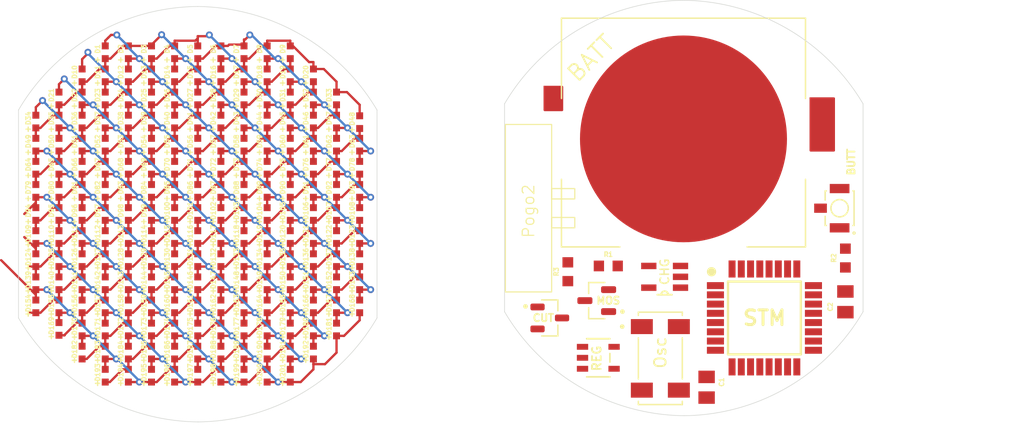
<source format=kicad_pcb>
(kicad_pcb (version 20241229) (generator "pcbnew") (generator_version "9.0")
  (layers (0 "F.Cu" signal) (2 "B.Cu" signal) (13 "F.Paste" user) (15 "B.Paste" user) (5 "F.SilkS" user "F.Silkscreen") (7 "B.SilkS" user "B.Silkscreen") (1 "F.Mask" user) (3 "B.Mask" user) (25 "Edge.Cuts" user))
  (net 0 "")
  (net 1 "E")
  (net 2 "A")
  (net 3 "G")
  (net 4 "I")
  (net 5 "K")
  (net 6 "M")
  (net 7 "B")
  (net 8 "N")
  (net 9 "C")
  (net 10 "O")
  (net 11 "D")
  (net 12 "P")
  (net 13 "F")
  (net 14 "L")
  (net 15 "H")
  (net 16 "J")
  (footprint "RN73H1JTTD5052F50:RN73H1JTTD5052F50" (layer "F.Cu") (at 185.5 104.5 180)
    (property "Reference" "R1")
    (property "Value" "RESC1608X55N")
  )
  (footprint "WL-SMCC_0402:WL-SMCC_0402" (layer "F.Cu") (at 142 98 -90)
    (property "Reference" "D82")
    (property "Value" "WL-SMCC_0402")
  )
  (footprint "WL-SMCC_0402:WL-SMCC_0402" (layer "F.Cu") (at 146 108 -90)
    (property "Reference" "D159")
    (property "Value" "WL-SMCC_0402")
  )
  (footprint "WL-SMCC_0402:WL-SMCC_0402" (layer "F.Cu") (at 144 96 -90)
    (property "Reference" "D68")
    (property "Value" "WL-SMCC_0402")
  )
  (footprint "WL-SMCC_0402:WL-SMCC_0402" (layer "F.Cu") (at 150 86 -90)
    (property "Reference" "D5")
    (property "Value" "WL-SMCC_0402")
  )
  (footprint "WL-SMCC_0402:WL-SMCC_0402" (layer "F.Cu") (at 152 88 -90)
    (property "Reference" "D16")
    (property "Value" "WL-SMCC_0402")
  )
  (footprint "WL-SMCC_0402:WL-SMCC_0402" (layer "F.Cu") (at 148 102 -90)
    (property "Reference" "D115")
    (property "Value" "WL-SMCC_0402")
  )
  (footprint "GRM21BC81E106ME51K:CAPC2012X140N" (layer "F.Cu") (at 206 107.604999 90)
    (property "Reference" "C2")
    (property "Value" "CAPC2012X140N")
  )
  (footprint "WL-SMCC_0402:WL-SMCC_0402" (layer "F.Cu") (at 148 88 -90)
    (property "Reference" "D14")
    (property "Value" "WL-SMCC_0402")
  )
  (footprint "WL-SMCC_0402:WL-SMCC_0402" (layer "F.Cu") (at 144 108 -90)
    (property "Reference" "D158")
    (property "Value" "WL-SMCC_0402")
  )
  (footprint "WL-SMCC_0402:WL-SMCC_0402" (layer "F.Cu") (at 152 114 -90)
    (property "Reference" "D198")
    (property "Value" "WL-SMCC_0402")
  )
  (footprint "WL-SMCC_0402:WL-SMCC_0402" (layer "F.Cu") (at 144 104 -90)
    (property "Reference" "D128")
    (property "Value" "WL-SMCC_0402")
  )
  (footprint "WL-SMCC_0402:WL-SMCC_0402" (layer "F.Cu") (at 146 94 -90)
    (property "Reference" "D54")
    (property "Value" "WL-SMCC_0402")
  )
  (footprint "WL-SMCC_0402:WL-SMCC_0402" (layer "F.Cu") (at 150 106 -90)
    (property "Reference" "D146")
    (property "Value" "WL-SMCC_0402")
  )
  (footprint "WL-SMCC_0402:WL-SMCC_0402" (layer "F.Cu") (at 158 112 -90)
    (property "Reference" "D191")
    (property "Value" "WL-SMCC_0402")
  )
  (footprint "WL-SMCC_0402:WL-SMCC_0402" (layer "F.Cu") (at 150 98 -90)
    (property "Reference" "D86")
    (property "Value" "WL-SMCC_0402")
  )
  (footprint "WL-SMCC_0402:WL-SMCC_0402" (layer "F.Cu") (at 136 96 -90)
    (property "Reference" "D64")
    (property "Value" "WL-SMCC_0402")
  )
  (footprint "B3U_1100P:SW_B3U-1100P" (layer "F.Cu") (at 205.5 99.5 -90)
    (property "Reference" "BUTT")
    (property "Value" "SW_B3U-1100P")
  )
  (footprint "WL-SMCC_0402:WL-SMCC_0402" (layer "F.Cu") (at 164 100 -90)
    (property "Reference" "D108")
    (property "Value" "WL-SMCC_0402")
  )
  (footprint "WL-SMCC_0402:WL-SMCC_0402" (layer "F.Cu") (at 156 100 -90)
    (property "Reference" "D104")
    (property "Value" "WL-SMCC_0402")
  )
  (footprint "WL-SMCC_0402:WL-SMCC_0402" (layer "F.Cu") (at 144 112 -90)
    (property "Reference" "D184")
    (property "Value" "WL-SMCC_0402")
  )
  (footprint "WL-SMCC_0402:WL-SMCC_0402" (layer "F.Cu") (at 148 106 -90)
    (property "Reference" "D145")
    (property "Value" "WL-SMCC_0402")
  )
  (footprint "WL-SMCC_0402:WL-SMCC_0402" (layer "F.Cu") (at 154 90 -90)
    (property "Reference" "D29")
    (property "Value" "WL-SMCC_0402")
  )
  (footprint "WL-SMCC_0402:WL-SMCC_0402" (layer "F.Cu") (at 150 114 -90)
    (property "Reference" "D197")
    (property "Value" "WL-SMCC_0402")
  )
  (footprint "WL-SMCC_0402:WL-SMCC_0402" (layer "F.Cu") (at 160 106 -90)
    (property "Reference" "D151")
    (property "Value" "WL-SMCC_0402")
  )
  (footprint "WL-SMCC_0402:WL-SMCC_0402" (layer "F.Cu") (at 162 90 -90)
    (property "Reference" "D33")
    (property "Value" "WL-SMCC_0402")
  )
  (footprint "WL-SMCC_0402:WL-SMCC_0402" (layer "F.Cu") (at 140 100 -90)
    (property "Reference" "D96")
    (property "Value" "WL-SMCC_0402")
  )
  (footprint "WL-SMCC_0402:WL-SMCC_0402" (layer "F.Cu") (at 148 110 -90)
    (property "Reference" "D174")
    (property "Value" "WL-SMCC_0402")
  )
  (footprint "WL-SMCC_0402:WL-SMCC_0402" (layer "F.Cu") (at 158 96 -90)
    (property "Reference" "D75")
    (property "Value" "WL-SMCC_0402")
  )
  (footprint "WL-SMCC_0402:WL-SMCC_0402" (layer "F.Cu") (at 142 108 -90)
    (property "Reference" "D157")
    (property "Value" "WL-SMCC_0402")
  )
  (footprint "STM32G431KBT6:QFP80P900X900X160-32N" (layer "F.Cu") (at 199 109)
    (property "Reference" "STM")
    (property "Value" "QFP80P900X900X160-32N" (hide yes))
  )
  (footprint "WL-SMCC_0402:WL-SMCC_0402" (layer "F.Cu") (at 138 94 -90)
    (property "Reference" "D50")
    (property "Value" "WL-SMCC_0402")
  )
  (footprint "WL-SMCC_0402:WL-SMCC_0402" (layer "F.Cu") (at 140 108 -90)
    (property "Reference" "D156")
    (property "Value" "WL-SMCC_0402")
  )
  (footprint "WL-SMCC_0402:WL-SMCC_0402" (layer "F.Cu") (at 146 110 -90)
    (property "Reference" "D173")
    (property "Value" "WL-SMCC_0402")
  )
  (footprint "WL-SMCC_0402:WL-SMCC_0402" (layer "F.Cu") (at 148 112 -90)
    (property "Reference" "D186")
    (property "Value" "WL-SMCC_0402")
  )
  (footprint "WL-SMCC_0402:WL-SMCC_0402" (layer "F.Cu") (at 142 102 -90)
    (property "Reference" "D112")
    (property "Value" "WL-SMCC_0402")
  )
  (footprint "WL-SMCC_0402:WL-SMCC_0402" (layer "F.Cu") (at 160 90 -90)
    (property "Reference" "D32")
    (property "Value" "WL-SMCC_0402")
  )
  (footprint "WL-SMCC_0402:WL-SMCC_0402" (layer "F.Cu") (at 140 112 -90)
    (property "Reference" "D182")
    (property "Value" "WL-SMCC_0402")
  )
  (footprint "WL-SMCC_0402:WL-SMCC_0402" (layer "F.Cu") (at 152 96 -90)
    (property "Reference" "D72")
    (property "Value" "WL-SMCC_0402")
  )
  (footprint "WL-SMCC_0402:WL-SMCC_0402" (layer "F.Cu") (at 158 104 -90)
    (property "Reference" "D135")
    (property "Value" "WL-SMCC_0402")
  )
  (footprint "WL-SMCC_0402:WL-SMCC_0402" (layer "F.Cu") (at 152 110 -90)
    (property "Reference" "D176")
    (property "Value" "WL-SMCC_0402")
  )
  (footprint "WL-SMCC_0402:WL-SMCC_0402" (layer "F.Cu") (at 148 92 -90)
    (property "Reference" "D40")
    (property "Value" "WL-SMCC_0402")
  )
  (footprint "WL-SMCC_0402:WL-SMCC_0402" (layer "F.Cu") (at 158 100 -90)
    (property "Reference" "D105")
    (property "Value" "WL-SMCC_0402")
  )
  (footprint "WL-SMCC_0402:WL-SMCC_0402" (layer "F.Cu") (at 136 108 -90)
    (property "Reference" "D154")
    (property "Value" "WL-SMCC_0402")
  )
  (footprint "WL-SMCC_0402:WL-SMCC_0402" (layer "F.Cu") (at 152 94 -90)
    (property "Reference" "D57")
    (property "Value" "WL-SMCC_0402")
  )
  (footprint "WL-SMCC_0402:WL-SMCC_0402" (layer "F.Cu") (at 158 114 -90)
    (property "Reference" "D201")
    (property "Value" "WL-SMCC_0402")
  )
  (footprint "WL-SMCC_0402:WL-SMCC_0402" (layer "F.Cu") (at 148 100 -90)
    (property "Reference" "D100")
    (property "Value" "WL-SMCC_0402")
  )
  (footprint "WL-SMCC_0402:WL-SMCC_0402" (layer "F.Cu") (at 152 108 -90)
    (property "Reference" "D162")
    (property "Value" "WL-SMCC_0402")
  )
  (footprint "WL-SMCC_0402:WL-SMCC_0402" (layer "F.Cu") (at 158 98 -90)
    (property "Reference" "D90")
    (property "Value" "WL-SMCC_0402")
  )
  (footprint "WL-SMCC_0402:WL-SMCC_0402" (layer "F.Cu") (at 150 104 -90)
    (property "Reference" "D131")
    (property "Value" "WL-SMCC_0402")
  )
  (footprint "WL-SMCC_0402:WL-SMCC_0402" (layer "F.Cu") (at 164 98 -90)
    (property "Reference" "D93")
    (property "Value" "WL-SMCC_0402")
  )
  (footprint "WL-SMCC_0402:WL-SMCC_0402" (layer "F.Cu") (at 158 90 -90)
    (property "Reference" "D31")
    (property "Value" "WL-SMCC_0402")
  )
  (footprint "WL-SMCC_0402:WL-SMCC_0402" (layer "F.Cu") (at 144 90 -90)
    (property "Reference" "D24")
    (property "Value" "WL-SMCC_0402")
  )
  (footprint "WL-SMCC_0402:WL-SMCC_0402" (layer "F.Cu") (at 162 100 -90)
    (property "Reference" "D107")
    (property "Value" "WL-SMCC_0402")
  )
  (footprint "WL-SMCC_0402:WL-SMCC_0402" (layer "F.Cu") (at 144 110 -90)
    (property "Reference" "D172")
    (property "Value" "WL-SMCC_0402")
  )
  (footprint "WL-SMCC_0402:WL-SMCC_0402" (layer "F.Cu") (at 146 98 -90)
    (property "Reference" "D84")
    (property "Value" "WL-SMCC_0402")
  )
  (footprint "WL-SMCC_0402:WL-SMCC_0402" (layer "F.Cu") (at 140 104 -90)
    (property "Reference" "D126")
    (property "Value" "WL-SMCC_0402")
  )
  (footprint "WL-SMCC_0402:WL-SMCC_0402" (layer "F.Cu") (at 136 106 -90)
    (property "Reference" "D139")
    (property "Value" "WL-SMCC_0402")
  )
  (footprint "WL-SMCC_0402:WL-SMCC_0402" (layer "F.Cu") (at 142 110 -90)
    (property "Reference" "D171")
    (property "Value" "WL-SMCC_0402")
  )
  (footprint "WL-SMCC_0402:WL-SMCC_0402" (layer "F.Cu") (at 148 114 -90)
    (property "Reference" "D196")
    (property "Value" "WL-SMCC_0402")
  )
  (footprint "WL-SMCC_0402:WL-SMCC_0402" (layer "F.Cu") (at 154 102 -90)
    (property "Reference" "D118")
    (property "Value" "WL-SMCC_0402")
  )
  (footprint "WL-SMCC_0402:WL-SMCC_0402" (layer "F.Cu") (at 156 108 -90)
    (property "Reference" "D164")
    (property "Value" "WL-SMCC_0402")
  )
  (footprint "WL-SMCC_0402:WL-SMCC_0402" (layer "F.Cu") (at 154 100 -90)
    (property "Reference" "D103")
    (property "Value" "WL-SMCC_0402")
  )
  (footprint "WL-SMCC_0402:WL-SMCC_0402" (layer "F.Cu") (at 164 96 -90)
    (property "Reference" "D78")
    (property "Value" "WL-SMCC_0402")
  )
  (footprint "IRLML6402TRPBF:IRLML6402TRPBF" (layer "F.Cu") (at 184.5 107.5 180)
    (property "Reference" "MOS")
    (property "Value" "SOT95P237X112-3N")
  )
  (footprint "WL-SMCC_0402:WL-SMCC_0402" (layer "F.Cu") (at 144 98 -90)
    (property "Reference" "D83")
    (property "Value" "WL-SMCC_0402")
  )
  (footprint "WL-SMCC_0402:WL-SMCC_0402" (layer "F.Cu") (at 148 94 -90)
    (property "Reference" "D55")
    (property "Value" "WL-SMCC_0402")
  )
  (footprint "WL-SMCC_0402:WL-SMCC_0402" (layer "F.Cu") (at 140 92 -90)
    (property "Reference" "D36")
    (property "Value" "WL-SMCC_0402")
  )
  (footprint "WL-SMCC_0402:WL-SMCC_0402" (layer "F.Cu") (at 162 96 -90)
    (property "Reference" "D77")
    (property "Value" "WL-SMCC_0402")
  )
  (footprint "WL-SMCC_0402:WL-SMCC_0402" (layer "F.Cu") (at 146 102 -90)
    (property "Reference" "D114")
    (property "Value" "WL-SMCC_0402")
  )
  (footprint "WL-SMCC_0402:WL-SMCC_0402" (layer "F.Cu") (at 154 86 -90)
    (property "Reference" "D7")
    (property "Value" "WL-SMCC_0402")
  )
  (footprint "WL-SMCC_0402:WL-SMCC_0402" (layer "F.Cu") (at 152 106 -90)
    (property "Reference" "D147")
    (property "Value" "WL-SMCC_0402")
  )
  (footprint "WL-SMCC_0402:WL-SMCC_0402" (layer "F.Cu") (at 156 112 -90)
    (property "Reference" "D190")
    (property "Value" "WL-SMCC_0402")
  )
  (footprint "WL-SMCC_0402:WL-SMCC_0402" (layer "F.Cu") (at 154 92 -90)
    (property "Reference" "D43")
    (property "Value" "WL-SMCC_0402")
  )
  (footprint "WL-SMCC_0402:WL-SMCC_0402" (layer "F.Cu") (at 146 92 -90)
    (property "Reference" "D39")
    (property "Value" "WL-SMCC_0402")
  )
  (footprint "WL-SMCC_0402:WL-SMCC_0402" (layer "F.Cu") (at 142 92 -90)
    (property "Reference" "D37")
    (property "Value" "WL-SMCC_0402")
  )
  (footprint "WL-SMCC_0402:WL-SMCC_0402" (layer "F.Cu") (at 142 104 -90)
    (property "Reference" "D127")
    (property "Value" "WL-SMCC_0402")
  )
  (footprint "WL-SMCC_0402:WL-SMCC_0402" (layer "F.Cu") (at 156 90 -90)
    (property "Reference" "D30")
    (property "Value" "WL-SMCC_0402")
  )
  (footprint "WL-SMCC_0402:WL-SMCC_0402" (layer "F.Cu") (at 162 92 -90)
    (property "Reference" "D47")
    (property "Value" "WL-SMCC_0402")
  )
  (footprint "WL-SMCC_0402:WL-SMCC_0402" (layer "F.Cu") (at 144 102 -90)
    (property "Reference" "D113")
    (property "Value" "WL-SMCC_0402")
  )
  (footprint "WL-SMCC_0402:WL-SMCC_0402" (layer "F.Cu") (at 140 96 -90)
    (property "Reference" "D66")
    (property "Value" "WL-SMCC_0402")
  )
  (footprint "WL-SMCC_0402:WL-SMCC_0402" (layer "F.Cu") (at 160 92 -90)
    (property "Reference" "D46")
    (property "Value" "WL-SMCC_0402")
  )
  (footprint "WL-SMCC_0402:WL-SMCC_0402" (layer "F.Cu") (at 140 98 -90)
    (property "Reference" "D81")
    (property "Value" "WL-SMCC_0402")
  )
  (footprint "WL-SMCC_0402:WL-SMCC_0402" (layer "F.Cu") (at 154 106 -90)
    (property "Reference" "D148")
    (property "Value" "WL-SMCC_0402")
  )
  (footprint "WL-SMCC_0402:WL-SMCC_0402" (layer "F.Cu") (at 138 106 -90)
    (property "Reference" "D140")
    (property "Value" "WL-SMCC_0402")
  )
  (footprint "WL-SMCC_0402:WL-SMCC_0402" (layer "F.Cu") (at 138 109.95 -90)
    (property "Reference" "D169")
    (property "Value" "WL-SMCC_0402")
  )
  (footprint "WL-SMCC_0402:WL-SMCC_0402" (layer "F.Cu") (at 144 92 -90)
    (property "Reference" "D38")
    (property "Value" "WL-SMCC_0402")
  )
  (footprint "WL-SMCC_0402:WL-SMCC_0402" (layer "F.Cu") (at 142 94 -90)
    (property "Reference" "D52")
    (property "Value" "WL-SMCC_0402")
  )
  (footprint "WL-SMCC_0402:WL-SMCC_0402" (layer "F.Cu") (at 138 104 -90)
    (property "Reference" "D125")
    (property "Value" "WL-SMCC_0402")
  )
  (footprint "WL-SMCC_0402:WL-SMCC_0402" (layer "F.Cu") (at 138 90 -90)
    (property "Reference" "D21")
    (property "Value" "WL-SMCC_0402")
  )
  (footprint "WL-SMCC_0402:WL-SMCC_0402" (layer "F.Cu") (at 146 114 -90)
    (property "Reference" "D195")
    (property "Value" "WL-SMCC_0402")
  )
  (footprint "WL-SMCC_0402:WL-SMCC_0402" (layer "F.Cu") (at 156 102 -90)
    (property "Reference" "D119")
    (property "Value" "WL-SMCC_0402")
  )
  (footprint "WL-SMCC_0402:WL-SMCC_0402" (layer "F.Cu") (at 158 92 -90)
    (property "Reference" "D45")
    (property "Value" "WL-SMCC_0402")
  )
  (footprint "WL-SMCC_0402:WL-SMCC_0402" (layer "F.Cu") (at 146 106 -90)
    (property "Reference" "D144")
    (property "Value" "WL-SMCC_0402")
  )
  (footprint "WL-SMCC_0402:Untitled" (layer "F.Cu") (at 173.6 99.5)
    (property "Reference" "Pogo2")
    (property "Value" "Pogo2")
  )
  (footprint "WL-SMCC_0402:WL-SMCC_0402" (layer "F.Cu") (at 142 86 -90)
    (property "Reference" "D1")
    (property "Value" "WL-SMCC_0402")
  )
  (footprint "WL-SMCC_0402:WL-SMCC_0402" (layer "F.Cu") (at 148 104 -90)
    (property "Reference" "D130")
    (property "Value" "WL-SMCC_0402")
  )
  (footprint "WL-SMCC_0402:WL-SMCC_0402" (layer "F.Cu") (at 154 96 -90)
    (property "Reference" "D73")
    (property "Value" "WL-SMCC_0402")
  )
  (footprint "WL-SMCC_0402:WL-SMCC_0402" (layer "F.Cu") (at 140 90 -90)
    (property "Reference" "D22")
    (property "Value" "WL-SMCC_0402")
  )
  (footprint "WL-SMCC_0402:WL-SMCC_0402" (layer "F.Cu") (at 136 92 -90)
    (property "Reference" "D34")
    (property "Value" "WL-SMCC_0402")
  )
  (footprint "GRM21BC81E106ME51K:CAPC2012X140N" (layer "F.Cu") (at 194 115 -90)
    (property "Reference" "C1")
    (property "Value" "CAPC2012X140N")
  )
  (footprint "WL-SMCC_0402:WL-SMCC_0402" (layer "F.Cu") (at 138 96 -90)
    (property "Reference" "D65")
    (property "Value" "WL-SMCC_0402")
  )
  (footprint "WL-SMCC_0402:WL-SMCC_0402" (layer "F.Cu") (at 154 94 -90)
    (property "Reference" "D58")
    (property "Value" "WL-SMCC_0402")
  )
  (footprint "WL-SMCC_0402:WL-SMCC_0402" (layer "F.Cu") (at 152 102 -90)
    (property "Reference" "D117")
    (property "Value" "WL-SMCC_0402")
  )
  (footprint "WL-SMCC_0402:WL-SMCC_0402" (layer "F.Cu") (at 150 110 -90)
    (property "Reference" "D175")
    (property "Value" "WL-SMCC_0402")
  )
  (footprint "WL-SMCC_0402:WL-SMCC_0402" (layer "F.Cu") (at 156 98 -90)
    (property "Reference" "D89")
    (property "Value" "WL-SMCC_0402")
  )
  (footprint "WL-SMCC_0402:WL-SMCC_0402" (layer "F.Cu") (at 152 112 -90)
    (property "Reference" "D188")
    (property "Value" "WL-SMCC_0402")
  )
  (footprint "WL-SMCC_0402:WL-SMCC_0402" (layer "F.Cu") (at 160 102 -90)
    (property "Reference" "D121")
    (property "Value" "WL-SMCC_0402")
  )
  (footprint "WL-SMCC_0402:WL-SMCC_0402" (layer "F.Cu") (at 142 112 -90)
    (property "Reference" "D183")
    (property "Value" "WL-SMCC_0402")
  )
  (footprint "WL-SMCC_0402:WL-SMCC_0402" (layer "F.Cu") (at 150 96 -90)
    (property "Reference" "D71")
    (property "Value" "WL-SMCC_0402")
  )
  (footprint "WL-SMCC_0402:WL-SMCC_0402" (layer "F.Cu") (at 138 98 -90)
    (property "Reference" "D80")
    (property "Value" "WL-SMCC_0402")
  )
  (footprint "WL-SMCC_0402:WL-SMCC_0402" (layer "F.Cu") (at 162 104 -90)
    (property "Reference" "D137")
    (property "Value" "WL-SMCC_0402")
  )
  (footprint "WL-SMCC_0402:WL-SMCC_0402" (layer "F.Cu") (at 150 102 -90)
    (property "Reference" "D116")
    (property "Value" "WL-SMCC_0402")
  )
  (footprint "WL-SMCC_0402:WL-SMCC_0402" (layer "F.Cu") (at 144 88 -90)
    (property "Reference" "D12")
    (property "Value" "WL-SMCC_0402")
  )
  (footprint "WL-SMCC_0402:WL-SMCC_0402" (layer "F.Cu") (at 162 106 -90)
    (property "Reference" "D152")
    (property "Value" "WL-SMCC_0402")
  )
  (footprint "RN73H1JTTD5052F50:RN73H1JTTD5052F50" (layer "F.Cu") (at 182 105 -90)
    (property "Reference" "R3")
    (property "Value" "RESC1608X55N")
  )
  (footprint "WL-SMCC_0402:WL-SMCC_0402" (layer "F.Cu") (at 156 86 -90)
    (property "Reference" "D8")
    (property "Value" "WL-SMCC_0402")
  )
  (footprint "WL-SMCC_0402:WL-SMCC_0402" (layer "F.Cu") (at 148 86 -90)
    (property "Reference" "D4")
    (property "Value" "WL-SMCC_0402")
  )
  (footprint "WL-SMCC_0402:WL-SMCC_0402" (layer "F.Cu") (at 150 94 -90)
    (property "Reference" "D56")
    (property "Value" "WL-SMCC_0402")
  )
  (footprint "MAX809SEUR+T:MAX809SEUR+T" (layer "F.Cu") (at 180.44 109)
    (property "Reference" "CUT")
    (property "Value" "SOT95P237X112-3N")
  )
  (footprint "WL-SMCC_0402:WL-SMCC_0402" (layer "F.Cu") (at 154 98 -90)
    (property "Reference" "D88")
    (property "Value" "WL-SMCC_0402")
  )
  (footprint "WL-SMCC_0402:WL-SMCC_0402" (layer "F.Cu") (at 146 112 -90)
    (property "Reference" "D185")
    (property "Value" "WL-SMCC_0402")
  )
  (footprint "WL-SMCC_0402:WL-SMCC_0402" (layer "F.Cu") (at 156 92 -90)
    (property "Reference" "D44")
    (property "Value" "WL-SMCC_0402")
  )
  (footprint "WL-SMCC_0402:WL-SMCC_0402" (layer "F.Cu") (at 162 94 -90)
    (property "Reference" "D62")
    (property "Value" "WL-SMCC_0402")
  )
  (footprint "WL-SMCC_0402:WL-SMCC_0402" (layer "F.Cu") (at 160 108 -90)
    (property "Reference" "D166")
    (property "Value" "WL-SMCC_0402")
  )
  (footprint "WL-SMCC_0402:WL-SMCC_0402" (layer "F.Cu") (at 156 104 -90)
    (property "Reference" "D134")
    (property "Value" "WL-SMCC_0402")
  )
  (footprint "WL-SMCC_0402:WL-SMCC_0402" (layer "F.Cu") (at 162 98 -90)
    (property "Reference" "D92")
    (property "Value" "WL-SMCC_0402")
  )
  (footprint "WL-SMCC_0402:WL-SMCC_0402" (layer "F.Cu") (at 160 94 -90)
    (property "Reference" "D61")
    (property "Value" "WL-SMCC_0402")
  )
  (footprint "MC-306_32.7680K-E0_PURE_SN:MC-306_32.7680K-E0_PURE_SN" (layer "F.Cu") (at 190 112.5)
    (property "Reference" "Osc")
    (property "Value" "XTAL_MC-306_32.7680K-E0_PURE_SN")
  )
  (footprint "RN73H1JTTD5052F50:RN73H1JTTD5052F50" (layer "F.Cu") (at 206 103.814 -90)
    (property "Reference" "R2")
    (property "Value" "RESC1608X55N")
  )
  (footprint "WL-SMCC_0402:WL-SMCC_0402" (layer "F.Cu") (at 136 94 -90)
    (property "Reference" "D49")
    (property "Value" "WL-SMCC_0402")
  )
  (footprint "WL-SMCC_0402:WL-SMCC_0402" (layer "F.Cu") (at 152 86 -90)
    (property "Reference" "D6")
    (property "Value" "WL-SMCC_0402")
  )
  (footprint "WL-SMCC_0402:WL-SMCC_0402" (layer "F.Cu") (at 160 104 -90)
    (property "Reference" "D136")
    (property "Value" "WL-SMCC_0402")
  )
  (footprint "WL-SMCC_0402:WL-SMCC_0402" (layer "F.Cu") (at 152 100 -90)
    (property "Reference" "D102")
    (property "Value" "WL-SMCC_0402")
  )
  (footprint "WL-SMCC_0402:WL-SMCC_0402" (layer "F.Cu") (at 160 110 -90)
    (property "Reference" "D180")
    (property "Value" "WL-SMCC_0402")
  )
  (footprint "WL-SMCC_0402:WL-SMCC_0402" (layer "F.Cu") (at 158 110 -90)
    (property "Reference" "D179")
    (property "Value" "WL-SMCC_0402")
  )
  (footprint "WL-SMCC_0402:WL-SMCC_0402" (layer "F.Cu") (at 148 90 -90)
    (property "Reference" "D26")
    (property "Value" "WL-SMCC_0402")
  )
  (footprint "WL-SMCC_0402:WL-SMCC_0402" (layer "F.Cu") (at 154 114 -90)
    (property "Reference" "D199")
    (property "Value" "WL-SMCC_0402")
  )
  (footprint "WL-SMCC_0402:WL-SMCC_0402" (layer "F.Cu") (at 158 106 -90)
    (property "Reference" "D150")
    (property "Value" "WL-SMCC_0402")
  )
  (footprint "WL-SMCC_0402:WL-SMCC_0402" (layer "F.Cu") (at 142 88 -90)
    (property "Reference" "D11")
    (property "Value" "WL-SMCC_0402")
  )
  (footprint "WL-SMCC_0402:WL-SMCC_0402" (layer "F.Cu") (at 150 108 -90)
    (property "Reference" "D161")
    (property "Value" "WL-SMCC_0402")
  )
  (footprint "WL-SMCC_0402:WL-SMCC_0402" (layer "F.Cu") (at 138 108 -90)
    (property "Reference" "D155")
    (property "Value" "WL-SMCC_0402")
  )
  (footprint "WL-SMCC_0402:WL-SMCC_0402" (layer "F.Cu") (at 152 98 -90)
    (property "Reference" "D87")
    (property "Value" "WL-SMCC_0402")
  )
  (footprint "WL-SMCC_0402:WL-SMCC_0402" (layer "F.Cu") (at 150 112 -90)
    (property "Reference" "D187")
    (property "Value" "WL-SMCC_0402")
  )
  (footprint "WL-SMCC_0402:WL-SMCC_0402" (layer "F.Cu") (at 160 112 -90)
    (property "Reference" "D192")
    (property "Value" "WL-SMCC_0402")
  )
  (footprint "WL-SMCC_0402:WL-SMCC_0402" (layer "F.Cu") (at 146 104 -90)
    (property "Reference" "D129")
    (property "Value" "WL-SMCC_0402")
  )
  (footprint "WL-SMCC_0402:WL-SMCC_0402" (layer "F.Cu") (at 152 92 -90)
    (property "Reference" "D42")
    (property "Value" "WL-SMCC_0402")
  )
  (footprint "WL-SMCC_0402:WL-SMCC_0402" (layer "F.Cu") (at 140 88 -90)
    (property "Reference" "D10")
    (property "Value" "WL-SMCC_0402")
  )
  (footprint "WL-SMCC_0402:WL-SMCC_0402" (layer "F.Cu") (at 154 112 -90)
    (property "Reference" "D189")
    (property "Value" "WL-SMCC_0402")
  )
  (footprint "WL-SMCC_0402:WL-SMCC_0402" (layer "F.Cu") (at 158 86 -90)
    (property "Reference" "D9")
    (property "Value" "WL-SMCC_0402")
  )
  (footprint "WL-SMCC_0402:WL-SMCC_0402" (layer "F.Cu") (at 144 106 -90)
    (property "Reference" "D143")
    (property "Value" "WL-SMCC_0402")
  )
  (footprint "WL-SMCC_0402:WL-SMCC_0402" (layer "F.Cu") (at 152 90 -90)
    (property "Reference" "D28")
    (property "Value" "WL-SMCC_0402")
  )
  (footprint "WL-SMCC_0402:WL-SMCC_0402" (layer "F.Cu") (at 150 92 -90)
    (property "Reference" "D41")
    (property "Value" "WL-SMCC_0402")
  )
  (footprint "WL-SMCC_0402:WL-SMCC_0402" (layer "F.Cu") (at 156 96 -90)
    (property "Reference" "D74")
    (property "Value" "WL-SMCC_0402")
  )
  (footprint "WL-SMCC_0402:WL-SMCC_0402" (layer "F.Cu") (at 156 114 -90)
    (property "Reference" "D200")
    (property "Value" "WL-SMCC_0402")
  )
  (footprint "WL-SMCC_0402:WL-SMCC_0402" (layer "F.Cu") (at 136 98 -90)
    (property "Reference" "D79")
    (property "Value" "WL-SMCC_0402")
  )
  (footprint "MCP73832T_2ACI_OT:SOT95P270X145-5N" (layer "F.Cu") (at 190.3716 105.4398 180)
    (property "Reference" "CHG")
    (property "Value" "SOT95P270X145-5N")
  )
  (footprint "WL-SMCC_0402:WL-SMCC_0402" (layer "F.Cu") (at 142 100 -90)
    (property "Reference" "D97")
    (property "Value" "WL-SMCC_0402")
  )
  (footprint "WL-SMCC_0402:WL-SMCC_0402" (layer "F.Cu") (at 142 90 -90)
    (property "Reference" "D23")
    (property "Value" "WL-SMCC_0402")
  )
  (footprint "WL-SMCC_0402:WL-SMCC_0402" (layer "F.Cu") (at 160 98 -90)
    (property "Reference" "D91")
    (property "Value" "WL-SMCC_0402")
  )
  (footprint "WL-SMCC_0402:WL-SMCC_0402" (layer "F.Cu") (at 140 94 -90)
    (property "Reference" "D51")
    (property "Value" "WL-SMCC_0402")
  )
  (footprint "WL-SMCC_0402:WL-SMCC_0402" (layer "F.Cu") (at 154 108 -90)
    (property "Reference" "D163")
    (property "Value" "WL-SMCC_0402")
  )
  (footprint "WL-SMCC_0402:WL-SMCC_0402" (layer "F.Cu") (at 158 108 -90)
    (property "Reference" "D165")
    (property "Value" "WL-SMCC_0402")
  )
  (footprint "WL-SMCC_0402:WL-SMCC_0402" (layer "F.Cu") (at 164 108 -90)
    (property "Reference" "D168")
    (property "Value" "WL-SMCC_0402")
  )
  (footprint "WL-SMCC_0402:WL-SMCC_0402" (layer "F.Cu") (at 146 86 -90)
    (property "Reference" "D3")
    (property "Value" "WL-SMCC_0402")
  )
  (footprint "WL-SMCC_0402:WL-SMCC_0402" (layer "F.Cu") (at 146 100 -90)
    (property "Reference" "D99")
    (property "Value" "WL-SMCC_0402")
  )
  (footprint "WL-SMCC_0402:WL-SMCC_0402" (layer "F.Cu") (at 162 110 -90)
    (property "Reference" "D181")
    (property "Value" "WL-SMCC_0402")
  )
  (footprint "WL-SMCC_0402:WL-SMCC_0402" (layer "F.Cu") (at 156 94 -90)
    (property "Reference" "D59")
    (property "Value" "WL-SMCC_0402")
  )
  (footprint "WL-SMCC_0402:WL-SMCC_0402" (layer "F.Cu") (at 154 88 -90)
    (property "Reference" "D17")
    (property "Value" "WL-SMCC_0402")
  )
  (footprint "WL-SMCC_0402:WL-SMCC_0402" (layer "F.Cu") (at 142 114 -90)
    (property "Reference" "D193")
    (property "Value" "WL-SMCC_0402")
  )
  (footprint "BAT-HLD-003-SMT:BAT_BAT-HLD-003-SMT_CUT" (layer "F.Cu") (at 192 93.5)
    (property "Reference" "BATT")
    (property "Value" "BAT_BAT-HLD-003-SMT")
  )
  (footprint "WL-SMCC_0402:WL-SMCC_0402" (layer "F.Cu") (at 136 100 -90)
    (property "Reference" "D94")
    (property "Value" "WL-SMCC_0402")
  )
  (footprint "TPS7A0225PDBVR:TPS7A0225PDBVR" (layer "F.Cu") (at 184.63475 112.450001)
    (property "Reference" "REG")
    (property "Value" "SOT23_DBV_TEX")
  )
  (footprint "WL-SMCC_0402:WL-SMCC_0402" (layer "F.Cu") (at 164 102 -90)
    (property "Reference" "D123")
    (property "Value" "WL-SMCC_0402")
  )
  (footprint "WL-SMCC_0402:WL-SMCC_0402" (layer "F.Cu") (at 146 88 -90)
    (property "Reference" "D13")
    (property "Value" "WL-SMCC_0402")
  )
  (footprint "WL-SMCC_0402:WL-SMCC_0402" (layer "F.Cu") (at 164 94 -90)
    (property "Reference" "D63")
    (property "Value" "WL-SMCC_0402")
  )
  (footprint "WL-SMCC_0402:WL-SMCC_0402" (layer "F.Cu") (at 158 94 -90)
    (property "Reference" "D60")
    (property "Value" "WL-SMCC_0402")
  )
  (footprint "WL-SMCC_0402:WL-SMCC_0402" (layer "F.Cu") (at 160 96 -90)
    (property "Reference" "D76")
    (property "Value" "WL-SMCC_0402")
  )
  (footprint "WL-SMCC_0402:WL-SMCC_0402" (layer "F.Cu") (at 138 102 -90)
    (property "Reference" "D110")
    (property "Value" "WL-SMCC_0402")
  )
  (footprint "WL-SMCC_0402:WL-SMCC_0402" (layer "F.Cu") (at 156 106 -90)
    (property "Reference" "D149")
    (property "Value" "WL-SMCC_0402")
  )
  (footprint "WL-SMCC_0402:WL-SMCC_0402" (layer "F.Cu") (at 144 94 -90)
    (property "Reference" "D53")
    (property "Value" "WL-SMCC_0402")
  )
  (footprint "WL-SMCC_0402:WL-SMCC_0402" (layer "F.Cu") (at 164 104 -90)
    (property "Reference" "D138")
    (property "Value" "WL-SMCC_0402")
  )
  (footprint "WL-SMCC_0402:WL-SMCC_0402" (layer "F.Cu") (at 150 88 -90)
    (property "Reference" "D15")
    (property "Value" "WL-SMCC_0402")
  )
  (footprint "WL-SMCC_0402:WL-SMCC_0402" (layer "F.Cu") (at 146 90 -90)
    (property "Reference" "D25")
    (property "Value" "WL-SMCC_0402")
  )
  (footprint "WL-SMCC_0402:WL-SMCC_0402" (layer "F.Cu") (at 140 106 -90)
    (property "Reference" "D141")
    (property "Value" "WL-SMCC_0402")
  )
  (footprint "WL-SMCC_0402:WL-SMCC_0402" (layer "F.Cu") (at 136 104 -90)
    (property "Reference" "D124")
    (property "Value" "WL-SMCC_0402")
  )
  (footprint "WL-SMCC_0402:WL-SMCC_0402" (layer "F.Cu") (at 142 106 -90)
    (property "Reference" "D142")
    (property "Value" "WL-SMCC_0402")
  )
  (footprint "WL-SMCC_0402:WL-SMCC_0402" (layer "F.Cu") (at 142 96 -90)
    (property "Reference" "D67")
    (property "Value" "WL-SMCC_0402")
  )
  (footprint "WL-SMCC_0402:WL-SMCC_0402" (layer "F.Cu") (at 148 108 -90)
    (property "Reference" "D160")
    (property "Value" "WL-SMCC_0402")
  )
  (footprint "WL-SMCC_0402:WL-SMCC_0402" (layer "F.Cu") (at 156 88 -90)
    (property "Reference" "D18")
    (property "Value" "WL-SMCC_0402")
  )
  (footprint "WL-SMCC_0402:WL-SMCC_0402" (layer "F.Cu") (at 162 102 -90)
    (property "Reference" "D122")
    (property "Value" "WL-SMCC_0402")
  )
  (footprint "WL-SMCC_0402:WL-SMCC_0402" (layer "F.Cu") (at 154 110 -90)
    (property "Reference" "D177")
    (property "Value" "WL-SMCC_0402")
  )
  (footprint "WL-SMCC_0402:WL-SMCC_0402" (layer "F.Cu") (at 148 96 -90)
    (property "Reference" "D70")
    (property "Value" "WL-SMCC_0402")
  )
  (footprint "WL-SMCC_0402:WL-SMCC_0402" (layer "F.Cu") (at 158 102 -90)
    (property "Reference" "D120")
    (property "Value" "WL-SMCC_0402")
  )
  (footprint "WL-SMCC_0402:WL-SMCC_0402" (layer "F.Cu") (at 144 114 -90)
    (property "Reference" "D194")
    (property "Value" "WL-SMCC_0402")
  )
  (footprint "WL-SMCC_0402:WL-SMCC_0402" (layer "F.Cu") (at 138 92 -90)
    (property "Reference" "D35")
    (property "Value" "WL-SMCC_0402")
  )
  (footprint "WL-SMCC_0402:WL-SMCC_0402" (layer "F.Cu") (at 164 106 -90)
    (property "Reference" "D153")
    (property "Value" "WL-SMCC_0402")
  )
  (footprint "WL-SMCC_0402:WL-SMCC_0402" (layer "F.Cu") (at 164 92.05 -90)
    (property "Reference" "D48")
    (property "Value" "WL-SMCC_0402")
  )
  (footprint "WL-SMCC_0402:WL-SMCC_0402" (layer "F.Cu") (at 140 110 -90)
    (property "Reference" "D170")
    (property "Value" "WL-SMCC_0402")
  )
  (footprint "WL-SMCC_0402:WL-SMCC_0402" (layer "F.Cu") (at 150 100 -90)
    (property "Reference" "D101")
    (property "Value" "WL-SMCC_0402")
  )
  (footprint "WL-SMCC_0402:WL-SMCC_0402" (layer "F.Cu") (at 152 104 -90)
    (property "Reference" "D132")
    (property "Value" "WL-SMCC_0402")
  )
  (footprint "WL-SMCC_0402:WL-SMCC_0402" (layer "F.Cu") (at 162 108 -90)
    (property "Reference" "D167")
    (property "Value" "WL-SMCC_0402")
  )
  (footprint "WL-SMCC_0402:WL-SMCC_0402" (layer "F.Cu") (at 140 102 -90)
    (property "Reference" "D111")
    (property "Value" "WL-SMCC_0402")
  )
  (footprint "WL-SMCC_0402:WL-SMCC_0402" (layer "F.Cu") (at 160 88 -90)
    (property "Reference" "D20")
    (property "Value" "WL-SMCC_0402")
  )
  (footprint "WL-SMCC_0402:WL-SMCC_0402" (layer "F.Cu") (at 158 88 -90)
    (property "Reference" "D19")
    (property "Value" "WL-SMCC_0402")
  )
  (footprint "WL-SMCC_0402:WL-SMCC_0402" (layer "F.Cu") (at 154 104 -90)
    (property "Reference" "D133")
    (property "Value" "WL-SMCC_0402")
  )
  (footprint "WL-SMCC_0402:WL-SMCC_0402" (layer "F.Cu") (at 148 98 -90)
    (property "Reference" "D85")
    (property "Value" "WL-SMCC_0402")
  )
  (footprint "WL-SMCC_0402:WL-SMCC_0402" (layer "F.Cu") (at 160 100 -90)
    (property "Reference" "D106")
    (property "Value" "WL-SMCC_0402")
  )
  (footprint "WL-SMCC_0402:WL-SMCC_0402" (layer "F.Cu") (at 144 86 -90)
    (property "Reference" "D2")
    (property "Value" "WL-SMCC_0402")
  )
  (footprint "WL-SMCC_0402:WL-SMCC_0402" (layer "F.Cu") (at 156 110 -90)
    (property "Reference" "D178")
    (property "Value" "WL-SMCC_0402")
  )
  (footprint "WL-SMCC_0402:WL-SMCC_0402" (layer "F.Cu") (at 136 102 -90)
    (property "Reference" "D109")
    (property "Value" "WL-SMCC_0402")
  )
  (footprint "WL-SMCC_0402:WL-SMCC_0402" (layer "F.Cu") (at 146 96 -90)
    (property "Reference" "D69")
    (property "Value" "WL-SMCC_0402")
  )
  (footprint "WL-SMCC_0402:WL-SMCC_0402" (layer "F.Cu") (at 150 90 -90)
    (property "Reference" "D27")
    (property "Value" "WL-SMCC_0402")
  )
  (footprint "WL-SMCC_0402:WL-SMCC_0402" (layer "F.Cu") (at 138 100 -90)
    (property "Reference" "D95")
    (property "Value" "WL-SMCC_0402")
  )
  (footprint "WL-SMCC_0402:WL-SMCC_0402" (layer "F.Cu") (at 144 100 -90)
    (property "Reference" "D98")
    (property "Value" "WL-SMCC_0402")
  )
  (gr_rect (start 180 89) (end 181.5 91) (stroke (width 0.2)) (fill yes) (layers "F.Cu" "F.Mask"))
  (gr_rect (start 203 90) (end 205 94.5) (stroke (width 0.2)) (fill yes) (layers "F.Cu" "F.Mask"))
  (gr_arc (start 192.028676 117.462534) (mid 183.095014 115.001063) (end 176.528676 108.462623) (stroke (width 0.05)) (layer "Edge.Cuts"))
  (gr_line (start 192.095059 117.462535) (end 192.028676 117.462534) (stroke (width 0.05)) (layer "Edge.Cuts"))
  (gr_line (start 207.528676 90.462535) (end 207.528676 108.462534) (stroke (width 0.05)) (layer "Edge.Cuts"))
  (gr_arc (start 134.5 91) (mid 141.066955 84.473042) (end 150 82.038547) (stroke (width 0.05)) (layer "Edge.Cuts"))
  (gr_line (start 150.066383 118) (end 150 117.999999) (stroke (width 0.05)) (layer "Edge.Cuts"))
  (gr_line (start 165.5 90.999999) (end 165.5 108.999998) (stroke (width 0.05)) (layer "Edge.Cuts"))
  (gr_arc (start 150 117.999999) (mid 141.066338 115.538528) (end 134.5 109.000088) (stroke (width 0.05)) (layer "Edge.Cuts"))
  (gr_line (start 176.528676 108.462623) (end 176.528676 90.462535) (stroke (width 0.05)) (layer "Edge.Cuts"))
  (gr_line (start 134.5 109.000088) (end 134.5 91) (stroke (width 0.05)) (layer "Edge.Cuts"))
  (gr_arc (start 150.000105 82.038547) (mid 158.924164 84.488509) (end 165.5 91) (stroke (width 0.05)) (layer "Edge.Cuts"))
  (gr_arc (start 165.5 108.999999) (mid 158.971324 115.537465) (end 150.066383 118) (stroke (width 0.05)) (layer "Edge.Cuts"))
  (gr_arc (start 192.028781 81.501082) (mid 200.95284 83.951044) (end 207.528676 90.462535) (stroke (width 0.05)) (layer "Edge.Cuts"))
  (gr_arc (start 176.528676 90.462535) (mid 183.095631 83.935577) (end 192.028676 81.501082) (stroke (width 0.05)) (layer "Edge.Cuts"))
  (gr_arc (start 207.528676 108.462534) (mid 201 115) (end 192.095059 117.462535) (stroke (width 0.05)) (layer "Edge.Cuts"))
  (segment (start 136 93.45) (end 136 93) (width 0.2) (layer "F.Cu") (net 1))
  (segment (start 142 87.45) (end 142 86.55) (width 0.2) (layer "F.Cu") (net 1))
  (segment (start 136.4 92.55) (end 137.5 91.45) (width 0.2) (layer "F.Cu") (net 1))
  (segment (start 160 99.45) (end 160 98.55) (width 0.2) (layer "F.Cu") (net 1))
  (segment (start 160 98.55) (end 160.95 98.55) (width 0.2) (layer "F.Cu") (net 1))
  (segment (start 139.55 89.45) (end 140 89.45) (width 0.2) (layer "F.Cu") (net 1))
  (segment (start 150 89.45) (end 150 88.55) (width 0.2) (layer "F.Cu") (net 1))
  (segment (start 143.55 85.45) (end 143.775 85.45) (width 0.2) (layer "F.Cu") (net 1))
  (segment (start 162 100.55) (end 162.95 100.55) (width 0.2) (layer "F.Cu") (net 1))
  (segment (start 154 92.55) (end 154.95 92.55) (width 0.2) (layer "F.Cu") (net 1))
  (segment (start 156 95.45) (end 156 94.55) (width 0.2) (layer "F.Cu") (net 1))
  (segment (start 150 88.55) (end 150.95 88.55) (width 0.2) (layer "F.Cu") (net 1))
  (segment (start 139.55 89.45) (end 140 89.45) (width 0.2) (layer "F.Cu") (net 1))
  (segment (start 146 85.45) (end 146 85.3547) (width 0.2) (layer "F.Cu") (net 1))
  (segment (start 164 102.55) (end 164.95 102.55) (width 0.2) (layer "F.Cu") (net 1))
  (segment (start 142 86.55) (end 142.45 86.55) (width 0.2) (layer "F.Cu") (net 1))
  (segment (start 138 91.45) (end 138 90.55) (width 0.2) (layer "F.Cu") (net 1))
  (segment (start 154 93.45) (end 154 92.55) (width 0.2) (layer "F.Cu") (net 1))
  (segment (start 156 94.55) (end 156.95 94.55) (width 0.2) (layer "F.Cu") (net 1))
  (segment (start 152 90.55) (end 152.95 90.55) (width 0.2) (layer "F.Cu") (net 1))
  (segment (start 143.55 85.45) (end 143.775 85.45) (width 0.2) (layer "F.Cu") (net 1))
  (segment (start 162 101.45) (end 162 100.55) (width 0.2) (layer "F.Cu") (net 1))
  (segment (start 152 91.45) (end 152 90.55) (width 0.2) (layer "F.Cu") (net 1))
  (segment (start 143.775 85.45) (end 144 85.45) (width 0.2) (layer "F.Cu") (net 1))
  (segment (start 144 85.45) (end 146 85.45) (width 0.2) (layer "F.Cu") (net 1))
  (segment (start 148 87.45) (end 148 86.55) (width 0.2) (layer "F.Cu") (net 1))
  (segment (start 148 86.55) (end 148.95 86.55) (width 0.2) (layer "F.Cu") (net 1))
  (segment (start 146 85.3547) (end 146.875 84.4793) (width 0.2) (layer "F.Cu") (net 1))
  (segment (start 138.45 90.55) (end 139.55 89.45) (width 0.2) (layer "F.Cu") (net 1))
  (segment (start 143.775 85.45) (end 144 85.45) (width 0.2) (layer "F.Cu") (net 1))
  (segment (start 140.4 88.55) (end 141.5 87.45) (width 0.2) (layer "F.Cu") (net 1))
  (segment (start 158 96.55) (end 158.95 96.55) (width 0.2) (layer "F.Cu") (net 1))
  (segment (start 136 93) (end 136 92.55) (width 0.2) (layer "F.Cu") (net 1))
  (segment (start 164 103.45) (end 164 102.55) (width 0.2) (layer "F.Cu") (net 1))
  (segment (start 140 89.45) (end 140 88.55) (width 0.2) (layer "F.Cu") (net 1))
  (segment (start 142.45 86.55) (end 143.55 85.45) (width 0.2) (layer "F.Cu") (net 1))
  (segment (start 140 88.55) (end 140.4 88.55) (width 0.2) (layer "F.Cu") (net 1))
  (segment (start 141.5 87.45) (end 142 87.45) (width 0.2) (layer "F.Cu") (net 1))
  (segment (start 137.5 91.45) (end 138 91.45) (width 0.2) (layer "F.Cu") (net 1))
  (segment (start 158 97.45) (end 158 96.55) (width 0.2) (layer "F.Cu") (net 1))
  (segment (start 136 92.55) (end 136.4 92.55) (width 0.2) (layer "F.Cu") (net 1))
  (segment (start 138 90.55) (end 138.45 90.55) (width 0.2) (layer "F.Cu") (net 1))
  (via (at 160.95 98.55) (size 0.6) (drill 0.3) (layers "F.Cu" "B.Cu") (net 1))
  (via (at 164.95 102.55) (size 0.6) (drill 0.3) (layers "F.Cu" "B.Cu") (net 1))
  (via (at 150.95 88.55) (size 0.6) (drill 0.3) (layers "F.Cu" "B.Cu") (net 1))
  (via (at 154.95 92.55) (size 0.6) (drill 0.3) (layers "F.Cu" "B.Cu") (net 1))
  (via (at 148.95 86.55) (size 0.6) (drill 0.3) (layers "F.Cu" "B.Cu") (net 1))
  (via (at 162.95 100.55) (size 0.6) (drill 0.3) (layers "F.Cu" "B.Cu") (net 1))
  (via (at 156.95 94.55) (size 0.6) (drill 0.3) (layers "F.Cu" "B.Cu") (net 1))
  (via (at 146.875 84.4793) (size 0.6) (drill 0.3) (layers "F.Cu" "B.Cu") (net 1))
  (via (at 158.95 96.55) (size 0.6) (drill 0.3) (layers "F.Cu" "B.Cu") (net 1))
  (via (at 152.95 90.55) (size 0.6) (drill 0.3) (layers "F.Cu" "B.Cu") (net 1))
  (segment (start 158.95 96.55) (end 156.95 94.55) (width 0.2) (layer "B.Cu") (net 1))
  (segment (start 148.946 86.55) (end 146.875 84.4793) (width 0.2) (layer "B.Cu") (net 1))
  (segment (start 154.95 92.55) (end 152.95 90.55) (width 0.2) (layer "B.Cu") (net 1))
  (segment (start 160.95 98.55) (end 158.95 96.55) (width 0.2) (layer "B.Cu") (net 1))
  (segment (start 150.95 88.55) (end 148.95 86.55) (width 0.2) (layer "B.Cu") (net 1))
  (segment (start 164.95 102.55) (end 162.95 100.55) (width 0.2) (layer "B.Cu") (net 1))
  (segment (start 152.95 90.55) (end 150.95 88.55) (width 0.2) (layer "B.Cu") (net 1))
  (segment (start 148.95 86.55) (end 148.946 86.55) (width 0.2) (layer "B.Cu") (net 1))
  (segment (start 156.95 94.55) (end 154.95 92.55) (width 0.2) (layer "B.Cu") (net 1))
  (segment (start 162.95 100.55) (end 160.95 98.55) (width 0.2) (layer "B.Cu") (net 1))
  (segment (start 160 102.55) (end 160.95 102.55) (width 0.2) (layer "F.Cu") (net 2))
  (segment (start 158 100.55) (end 158.95 100.55) (width 0.2) (layer "F.Cu") (net 2))
  (segment (start 143 84.5) (end 142.5 84.5) (width 0.2) (layer "F.Cu") (net 2))
  (segment (start 142.25 84.75) (end 142 85) (width 0.2) (layer "F.Cu") (net 2))
  (segment (start 160 103.45) (end 160 102.55) (width 0.2) (layer "F.Cu") (net 2))
  (segment (start 164 106.55) (end 164.95 106.55) (width 0.2) (layer "F.Cu") (net 2))
  (segment (start 142.5 84.5) (end 142.25 84.75) (width 0.2) (layer "F.Cu") (net 2))
  (segment (start 154 96.55) (end 154.95 96.55) (width 0.2) (layer "F.Cu") (net 2))
  (segment (start 152 94.55) (end 152.95 94.55) (width 0.2) (layer "F.Cu") (net 2))
  (segment (start 146 89.45) (end 146 88.55) (width 0.2) (layer "F.Cu") (net 2))
  (segment (start 162 105.45) (end 162 104.55) (width 0.2) (layer "F.Cu") (net 2))
  (segment (start 144 87.45) (end 144 86.55) (width 0.2) (layer "F.Cu") (net 2))
  (segment (start 158 101.45) (end 158 100.55) (width 0.2) (layer "F.Cu") (net 2))
  (segment (start 148 90.55) (end 148.95 90.55) (width 0.2) (layer "F.Cu") (net 2))
  (segment (start 156 99.45) (end 156 98.55) (width 0.2) (layer "F.Cu") (net 2))
  (segment (start 162 104.55) (end 162.95 104.55) (width 0.2) (layer "F.Cu") (net 2))
  (segment (start 142 85) (end 142 85.45) (width 0.2) (layer "F.Cu") (net 2))
  (segment (start 152 95.45) (end 152 94.55) (width 0.2) (layer "F.Cu") (net 2))
  (segment (start 146 88.55) (end 146.95 88.55) (width 0.2) (layer "F.Cu") (net 2))
  (segment (start 150 93.45) (end 150 92.55) (width 0.2) (layer "F.Cu") (net 2))
  (segment (start 154 97.45) (end 154 96.55) (width 0.2) (layer "F.Cu") (net 2))
  (segment (start 156 98.55) (end 156.95 98.55) (width 0.2) (layer "F.Cu") (net 2))
  (segment (start 144 86.55) (end 144.95 86.55) (width 0.2) (layer "F.Cu") (net 2))
  (segment (start 148 91.45) (end 148 90.55) (width 0.2) (layer "F.Cu") (net 2))
  (segment (start 164 107.45) (end 164 106.55) (width 0.2) (layer "F.Cu") (net 2))
  (segment (start 150 92.55) (end 150.95 92.55) (width 0.2) (layer "F.Cu") (net 2))
  (via (at 143 84.5) (size 0.6) (drill 0.3) (layers "F.Cu" "B.Cu") (net 2))
  (via (at 156.95 98.55) (size 0.6) (drill 0.3) (layers "F.Cu" "B.Cu") (net 2))
  (via (at 152.95 94.55) (size 0.6) (drill 0.3) (layers "F.Cu" "B.Cu") (net 2))
  (via (at 162.95 104.55) (size 0.6) (drill 0.3) (layers "F.Cu" "B.Cu") (net 2))
  (via (at 150.95 92.55) (size 0.6) (drill 0.3) (layers "F.Cu" "B.Cu") (net 2))
  (via (at 148.95 90.55) (size 0.6) (drill 0.3) (layers "F.Cu" "B.Cu") (net 2))
  (via (at 164.95 106.55) (size 0.6) (drill 0.3) (layers "F.Cu" "B.Cu") (net 2))
  (via (at 158.95 100.55) (size 0.6) (drill 0.3) (layers "F.Cu" "B.Cu") (net 2))
  (via (at 160.95 102.55) (size 0.6) (drill 0.3) (layers "F.Cu" "B.Cu") (net 2))
  (via (at 146.95 88.55) (size 0.6) (drill 0.3) (layers "F.Cu" "B.Cu") (net 2))
  (via (at 144.95 86.55) (size 0.6) (drill 0.3) (layers "F.Cu" "B.Cu") (net 2))
  (via (at 154.95 96.55) (size 0.6) (drill 0.3) (layers "F.Cu" "B.Cu") (net 2))
  (segment (start 158.95 100.55) (end 156.95 98.55) (width 0.2) (layer "B.Cu") (net 2))
  (segment (start 146.95 88.55) (end 144.95 86.55) (width 0.2) (layer "B.Cu") (net 2))
  (segment (start 162.95 104.55) (end 160.95 102.55) (width 0.2) (layer "B.Cu") (net 2))
  (segment (start 164.95 106.55) (end 162.95 104.55) (width 0.2) (layer "B.Cu") (net 2))
  (segment (start 152.95 94.55) (end 150.95 92.55) (width 0.2) (layer "B.Cu") (net 2))
  (segment (start 160.95 102.55) (end 158.95 100.55) (width 0.2) (layer "B.Cu") (net 2))
  (segment (start 150.95 92.55) (end 148.95 90.55) (width 0.2) (layer "B.Cu") (net 2))
  (segment (start 156.95 98.55) (end 154.95 96.55) (width 0.2) (layer "B.Cu") (net 2))
  (segment (start 148.95 90.55) (end 146.95 88.55) (width 0.2) (layer "B.Cu") (net 2))
  (segment (start 143 84.5) (end 143.892 85.3917) (width 0.2) (layer "B.Cu") (net 2))
  (segment (start 143.892 85.3917) (end 143.892 85.4917) (width 0.2) (layer "B.Cu") (net 2))
  (segment (start 143.892 85.4917) (end 144.95 86.55) (width 0.2) (layer "B.Cu") (net 2))
  (segment (start 154.95 96.55) (end 152.95 94.55) (width 0.2) (layer "B.Cu") (net 2))
  (segment (start 140.4 92.55) (end 141.5 91.45) (width 0.2) (layer "F.Cu") (net 3))
  (segment (start 148 85.45) (end 148 85) (width 0.2) (layer "F.Cu") (net 3))
  (segment (start 156 91.45) (end 156 90.55) (width 0.2) (layer "F.Cu") (net 3))
  (segment (start 164 98.55) (end 164.95 98.55) (width 0.2) (layer "F.Cu") (net 3))
  (segment (start 148 85) (end 149.79 85) (width 0.2) (layer "F.Cu") (net 3))
  (segment (start 160 95.45) (end 160 94.55) (width 0.2) (layer "F.Cu") (net 3))
  (segment (start 136.4 96.55) (end 137.5 95.45) (width 0.2) (layer "F.Cu") (net 3))
  (segment (start 142.45 90.55) (end 143.55 89.45) (width 0.2) (layer "F.Cu") (net 3))
  (segment (start 158 93.45) (end 158 92.55) (width 0.2) (layer "F.Cu") (net 3))
  (segment (start 137.5 95.45) (end 138 95.45) (width 0.2) (layer "F.Cu") (net 3))
  (segment (start 152 86.55) (end 152.95 86.55) (width 0.2) (layer "F.Cu") (net 3))
  (segment (start 143.55 89.45) (end 144 89.45) (width 0.2) (layer "F.Cu") (net 3))
  (segment (start 146.45 86.55) (end 147.55 85.45) (width 0.2) (layer "F.Cu") (net 3))
  (segment (start 136 97) (end 136 96.55) (width 0.2) (layer "F.Cu") (net 3))
  (segment (start 141.5 91.45) (end 142 91.45) (width 0.2) (layer "F.Cu") (net 3))
  (segment (start 154 89.45) (end 154 88.55) (width 0.2) (layer "F.Cu") (net 3))
  (segment (start 150 84.6099) (end 150 84.7898) (width 0.2) (layer "F.Cu") (net 3))
  (segment (start 164 99.45) (end 164 98.55) (width 0.2) (layer "F.Cu") (net 3))
  (segment (start 143.55 89.45) (end 144 89.45) (width 0.2) (layer "F.Cu") (net 3))
  (segment (start 145.5 87.45) (end 146 87.45) (width 0.2) (layer "F.Cu") (net 3))
  (segment (start 147.55 85.45) (end 148 85.45) (width 0.2) (layer "F.Cu") (net 3))
  (segment (start 154 88.55) (end 154.95 88.55) (width 0.2) (layer "F.Cu") (net 3))
  (segment (start 149.79 85) (end 150 84.7898) (width 0.2) (layer "F.Cu") (net 3))
  (segment (start 136 96.55) (end 136.4 96.55) (width 0.2) (layer "F.Cu") (net 3))
  (segment (start 138 94.55) (end 138.45 94.55) (width 0.2) (layer "F.Cu") (net 3))
  (segment (start 151 84.5) (end 150.89 84.6099) (width 0.2) (layer "F.Cu") (net 3))
  (segment (start 146 87.45) (end 146 86.55) (width 0.2) (layer "F.Cu") (net 3))
  (segment (start 152 87.45) (end 152 86.55) (width 0.2) (layer "F.Cu") (net 3))
  (segment (start 150 85.45) (end 150 84.7898) (width 0.2) (layer "F.Cu") (net 3))
  (segment (start 142 91.45) (end 142 90.55) (width 0.2) (layer "F.Cu") (net 3))
  (segment (start 139.55 93.45) (end 140 93.45) (width 0.2) (layer "F.Cu") (net 3))
  (segment (start 158 92.55) (end 158.95 92.55) (width 0.2) (layer "F.Cu") (net 3))
  (segment (start 162 96.55) (end 162.95 96.55) (width 0.2) (layer "F.Cu") (net 3))
  (segment (start 150.89 84.6099) (end 150 84.6099) (width 0.2) (layer "F.Cu") (net 3))
  (segment (start 146 86.55) (end 146.45 86.55) (width 0.2) (layer "F.Cu") (net 3))
  (segment (start 156 90.55) (end 156.95 90.55) (width 0.2) (layer "F.Cu") (net 3))
  (segment (start 144 89.45) (end 144 88.55) (width 0.2) (layer "F.Cu") (net 3))
  (segment (start 160 94.55) (end 160.95 94.55) (width 0.2) (layer "F.Cu") (net 3))
  (segment (start 138 95.45) (end 138 94.55) (width 0.2) (layer "F.Cu") (net 3))
  (segment (start 144 88.55) (end 144.4 88.55) (width 0.2) (layer "F.Cu") (net 3))
  (segment (start 140 92.55) (end 140.4 92.55) (width 0.2) (layer "F.Cu") (net 3))
  (segment (start 142 90.55) (end 142.45 90.55) (width 0.2) (layer "F.Cu") (net 3))
  (segment (start 139.55 93.45) (end 140 93.45) (width 0.2) (layer "F.Cu") (net 3))
  (segment (start 138.45 94.55) (end 139.55 93.45) (width 0.2) (layer "F.Cu") (net 3))
  (segment (start 140 93.45) (end 140 92.55) (width 0.2) (layer "F.Cu") (net 3))
  (segment (start 147.55 85.45) (end 148 85.45) (width 0.2) (layer "F.Cu") (net 3))
  (segment (start 162 97.45) (end 162 96.55) (width 0.2) (layer "F.Cu") (net 3))
  (segment (start 144.4 88.55) (end 145.5 87.45) (width 0.2) (layer "F.Cu") (net 3))
  (segment (start 136 97.45) (end 136 97) (width 0.2) (layer "F.Cu") (net 3))
  (via (at 158.95 92.55) (size 0.6) (drill 0.3) (layers "F.Cu" "B.Cu") (net 3))
  (via (at 156.95 90.55) (size 0.6) (drill 0.3) (layers "F.Cu" "B.Cu") (net 3))
  (via (at 151 84.5) (size 0.6) (drill 0.3) (layers "F.Cu" "B.Cu") (net 3))
  (via (at 164.95 98.55) (size 0.6) (drill 0.3) (layers "F.Cu" "B.Cu") (net 3))
  (via (at 154.95 88.55) (size 0.6) (drill 0.3) (layers "F.Cu" "B.Cu") (net 3))
  (via (at 162.95 96.55) (size 0.6) (drill 0.3) (layers "F.Cu" "B.Cu") (net 3))
  (via (at 152.95 86.55) (size 0.6) (drill 0.3) (layers "F.Cu" "B.Cu") (net 3))
  (via (at 160.95 94.55) (size 0.6) (drill 0.3) (layers "F.Cu" "B.Cu") (net 3))
  (segment (start 164.95 98.55) (end 162.95 96.55) (width 0.2) (layer "B.Cu") (net 3))
  (segment (start 158.95 92.55) (end 156.95 90.55) (width 0.2) (layer "B.Cu") (net 3))
  (segment (start 151 84.5) (end 152.95 86.45) (width 0.2) (layer "B.Cu") (net 3))
  (segment (start 162.95 96.55) (end 160.95 94.55) (width 0.2) (layer "B.Cu") (net 3))
  (segment (start 152.95 86.45) (end 152.95 86.55) (width 0.2) (layer "B.Cu") (net 3))
  (segment (start 160.95 94.55) (end 158.95 92.55) (width 0.2) (layer "B.Cu") (net 3))
  (segment (start 154.95 88.55) (end 152.95 86.55) (width 0.2) (layer "B.Cu") (net 3))
  (segment (start 156.95 90.55) (end 154.95 88.55) (width 0.2) (layer "B.Cu") (net 3))
  (segment (start 147.55 89.45) (end 148 89.45) (width 0.2) (layer "F.Cu") (net 4))
  (segment (start 142 95.45) (end 142 94.55) (width 0.2) (layer "F.Cu") (net 4))
  (segment (start 158 88.55) (end 158.95 88.55) (width 0.2) (layer "F.Cu") (net 4))
  (segment (start 145.5 91.45) (end 146 91.45) (width 0.2) (layer "F.Cu") (net 4))
  (segment (start 142.45 94.55) (end 143.55 93.45) (width 0.2) (layer "F.Cu") (net 4))
  (segment (start 151.55 85.45) (end 152 85.45) (width 0.2) (layer "F.Cu") (net 4))
  (segment (start 151.55 85.45) (end 152 85.45) (width 0.2) (layer "F.Cu") (net 4))
  (segment (start 150.45 86.55) (end 151.55 85.45) (width 0.2) (layer "F.Cu") (net 4))
  (segment (start 140 96.55) (end 140.4 96.55) (width 0.2) (layer "F.Cu") (net 4))
  (segment (start 138 98.55) (end 138.45 98.55) (width 0.2) (layer "F.Cu") (net 4))
  (segment (start 140 97.45) (end 140 96.55) (width 0.2) (layer "F.Cu") (net 4))
  (segment (start 141.5 95.45) (end 142 95.45) (width 0.2) (layer "F.Cu") (net 4))
  (segment (start 154.5 84.5) (end 154.108 84.8917) (width 0.2) (layer "F.Cu") (net 4))
  (segment (start 146 91.45) (end 146 90.55) (width 0.2) (layer "F.Cu") (net 4))
  (segment (start 143.55 93.45) (end 144 93.45) (width 0.2) (layer "F.Cu") (net 4))
  (segment (start 144 92.55) (end 144.4 92.55) (width 0.2) (layer "F.Cu") (net 4))
  (segment (start 136.4 100.55) (end 137.5 99.45) (width 0.2) (layer "F.Cu") (net 4))
  (segment (start 139.55 97.45) (end 140 97.45) (width 0.2) (layer "F.Cu") (net 4))
  (segment (start 160 91.45) (end 160 90.55) (width 0.2) (layer "F.Cu") (net 4))
  (segment (start 156 87.45) (end 156 86.55) (width 0.2) (layer "F.Cu") (net 4))
  (segment (start 152.714 85.3375) (end 152.602 85.45) (width 0.2) (layer "F.Cu") (net 4))
  (segment (start 150 86.55) (end 150.45 86.55) (width 0.2) (layer "F.Cu") (net 4))
  (segment (start 148.4 88.55) (end 149.5 87.45) (width 0.2) (layer "F.Cu") (net 4))
  (segment (start 144 93.45) (end 144 92.55) (width 0.2) (layer "F.Cu") (net 4))
  (segment (start 139.55 97.45) (end 140 97.45) (width 0.2) (layer "F.Cu") (net 4))
  (segment (start 136 100.55) (end 136.4 100.55) (width 0.2) (layer "F.Cu") (net 4))
  (segment (start 142 94.55) (end 142.45 94.55) (width 0.2) (layer "F.Cu") (net 4))
  (segment (start 136 101.45) (end 136 101) (width 0.2) (layer "F.Cu") (net 4))
  (segment (start 148 89.45) (end 148 88.55) (width 0.2) (layer "F.Cu") (net 4))
  (segment (start 150 87.45) (end 150 86.55) (width 0.2) (layer "F.Cu") (net 4))
  (segment (start 137.5 99.45) (end 138 99.45) (width 0.2) (layer "F.Cu") (net 4))
  (segment (start 156 86.55) (end 156.95 86.55) (width 0.2) (layer "F.Cu") (net 4))
  (segment (start 158 89.45) (end 158 88.55) (width 0.2) (layer "F.Cu") (net 4))
  (segment (start 146 90.55) (end 146.45 90.55) (width 0.2) (layer "F.Cu") (net 4))
  (segment (start 152.602 85.45) (end 152 85.45) (width 0.2) (layer "F.Cu") (net 4))
  (segment (start 149.5 87.45) (end 150 87.45) (width 0.2) (layer "F.Cu") (net 4))
  (segment (start 154.108 84.8917) (end 154 84.8917) (width 0.2) (layer "F.Cu") (net 4))
  (segment (start 160 90.55) (end 160.95 90.55) (width 0.2) (layer "F.Cu") (net 4))
  (segment (start 147.55 89.45) (end 148 89.45) (width 0.2) (layer "F.Cu") (net 4))
  (segment (start 154 85.3375) (end 152.714 85.3375) (width 0.2) (layer "F.Cu") (net 4))
  (segment (start 164 95.45) (end 164 94.55) (width 0.2) (layer "F.Cu") (net 4))
  (segment (start 146.45 90.55) (end 147.55 89.45) (width 0.2) (layer "F.Cu") (net 4))
  (segment (start 164 94.55) (end 164.95 94.55) (width 0.2) (layer "F.Cu") (net 4))
  (segment (start 154 84.8917) (end 154 85.3375) (width 0.2) (layer "F.Cu") (net 4))
  (segment (start 136 101) (end 136 100.55) (width 0.2) (layer "F.Cu") (net 4))
  (segment (start 143.55 93.45) (end 144 93.45) (width 0.2) (layer "F.Cu") (net 4))
  (segment (start 162 92.55) (end 162.95 92.55) (width 0.2) (layer "F.Cu") (net 4))
  (segment (start 138 99.45) (end 138 98.55) (width 0.2) (layer "F.Cu") (net 4))
  (segment (start 148 88.55) (end 148.4 88.55) (width 0.2) (layer "F.Cu") (net 4))
  (segment (start 138.45 98.55) (end 139.55 97.45) (width 0.2) (layer "F.Cu") (net 4))
  (segment (start 144.4 92.55) (end 145.5 91.45) (width 0.2) (layer "F.Cu") (net 4))
  (segment (start 154 85.45) (end 154 85.3375) (width 0.2) (layer "F.Cu") (net 4))
  (segment (start 140.4 96.55) (end 141.5 95.45) (width 0.2) (layer "F.Cu") (net 4))
  (segment (start 162 93.45) (end 162 92.55) (width 0.2) (layer "F.Cu") (net 4))
  (via (at 158.95 88.55) (size 0.6) (drill 0.3) (layers "F.Cu" "B.Cu") (net 4))
  (via (at 162.95 92.55) (size 0.6) (drill 0.3) (layers "F.Cu" "B.Cu") (net 4))
  (via (at 156.95 86.55) (size 0.6) (drill 0.3) (layers "F.Cu" "B.Cu") (net 4))
  (via (at 160.95 90.55) (size 0.6) (drill 0.3) (layers "F.Cu" "B.Cu") (net 4))
  (via (at 154.5 84.5) (size 0.6) (drill 0.3) (layers "F.Cu" "B.Cu") (net 4))
  (via (at 164.95 94.55) (size 0.6) (drill 0.3) (layers "F.Cu" "B.Cu") (net 4))
  (segment (start 154.646 84.5) (end 156.696 86.55) (width 0.2) (layer "B.Cu") (net 4))
  (segment (start 162.95 92.55) (end 164.95 94.55) (width 0.2) (layer "B.Cu") (net 4))
  (segment (start 158.95 88.55) (end 156.95 86.55) (width 0.2) (layer "B.Cu") (net 4))
  (segment (start 162.95 92.55) (end 160.95 90.55) (width 0.2) (layer "B.Cu") (net 4))
  (segment (start 160.95 90.55) (end 158.95 88.55) (width 0.2) (layer "B.Cu") (net 4))
  (segment (start 156.696 86.55) (end 156.95 86.55) (width 0.2) (layer "B.Cu") (net 4))
  (segment (start 154.5 84.5) (end 154.646 84.5) (width 0.2) (layer "B.Cu") (net 4))
  (segment (start 152 89.45) (end 152 88.55) (width 0.2) (layer "F.Cu") (net 5))
  (segment (start 144 97.45) (end 144 96.55) (width 0.2) (layer "F.Cu") (net 5))
  (segment (start 142 99.45) (end 142 98.55) (width 0.2) (layer "F.Cu") (net 5))
  (segment (start 154 87.45) (end 154 86.55) (width 0.2) (layer "F.Cu") (net 5))
  (segment (start 144 96.55) (end 144.4 96.55) (width 0.2) (layer "F.Cu") (net 5))
  (segment (start 156 85) (end 156 85.45) (width 0.2) (layer "F.Cu") (net 5))
  (segment (start 150 90.55) (end 150.45 90.55) (width 0.2) (layer "F.Cu") (net 5))
  (segment (start 136.4 104.55) (end 137.5 103.45) (width 0.2) (layer "F.Cu") (net 5))
  (segment (start 158 85.45) (end 158 85.225) (width 0.2) (layer "F.Cu") (net 5))
  (segment (start 146 94.55) (end 146.45 94.55) (width 0.2) (layer "F.Cu") (net 5))
  (segment (start 142 98.55) (end 142.45 98.55) (width 0.2) (layer "F.Cu") (net 5))
  (segment (start 154 86.55) (end 154.45 86.55) (width 0.2) (layer "F.Cu") (net 5))
  (segment (start 142.45 98.55) (end 143.55 97.45) (width 0.2) (layer "F.Cu") (net 5))
  (segment (start 138 103.45) (end 138 102.55) (width 0.2) (layer "F.Cu") (net 5))
  (segment (start 160 87.45) (end 160 86.8483) (width 0.2) (layer "F.Cu") (net 5))
  (segment (start 151.55 89.45) (end 152 89.45) (width 0.2) (layer "F.Cu") (net 5))
  (segment (start 150.45 90.55) (end 151.55 89.45) (width 0.2) (layer "F.Cu") (net 5))
  (segment (start 136 104.55) (end 135.3983 104.55) (width 0.2) (layer "F.Cu") (net 5))
  (segment (start 164 91.5) (end 164 90.55) (width 0.2) (layer "F.Cu") (net 5))
  (segment (start 146.45 94.55) (end 147.55 93.45) (width 0.2) (layer "F.Cu") (net 5))
  (segment (start 150 91.45) (end 150 90.55) (width 0.2) (layer "F.Cu") (net 5))
  (segment (start 139.55 101.45) (end 140 101.45) (width 0.2) (layer "F.Cu") (net 5))
  (segment (start 162.9 89.45) (end 162 89.45) (width 0.2) (layer "F.Cu") (net 5))
  (segment (start 154.45 86.55) (end 155.55 85.45) (width 0.2) (layer "F.Cu") (net 5))
  (segment (start 144.4 96.55) (end 145.5 95.45) (width 0.2) (layer "F.Cu") (net 5))
  (segment (start 136 105.45) (end 136 104.55) (width 0.2) (layer "F.Cu") (net 5))
  (segment (start 164 90.55) (end 162.9 89.45) (width 0.2) (layer "F.Cu") (net 5))
  (segment (start 155.55 85.45) (end 156 85.45) (width 0.2) (layer "F.Cu") (net 5))
  (segment (start 143.55 97.45) (end 144 97.45) (width 0.2) (layer "F.Cu") (net 5))
  (segment (start 146 95.45) (end 146 94.55) (width 0.2) (layer "F.Cu") (net 5))
  (segment (start 152.4 88.55) (end 153.5 87.45) (width 0.2) (layer "F.Cu") (net 5))
  (segment (start 143.55 97.45) (end 144 97.45) (width 0.2) (layer "F.Cu") (net 5))
  (segment (start 148 93.45) (end 148 92.55) (width 0.2) (layer "F.Cu") (net 5))
  (segment (start 149.5 91.45) (end 150 91.45) (width 0.2) (layer "F.Cu") (net 5))
  (segment (start 155.55 85.45) (end 156 85.45) (width 0.2) (layer "F.Cu") (net 5))
  (segment (start 147.55 93.45) (end 148 93.45) (width 0.2) (layer "F.Cu") (net 5))
  (segment (start 162 89.45) (end 162 88.55) (width 0.2) (layer "F.Cu") (net 5))
  (segment (start 162 88.55) (end 160.9 87.45) (width 0.2) (layer "F.Cu") (net 5))
  (segment (start 140.4 100.55) (end 141.5 99.45) (width 0.2) (layer "F.Cu") (net 5))
  (segment (start 153.5 87.45) (end 154 87.45) (width 0.2) (layer "F.Cu") (net 5))
  (segment (start 148.4 92.55) (end 149.5 91.45) (width 0.2) (layer "F.Cu") (net 5))
  (segment (start 141.5 99.45) (end 142 99.45) (width 0.2) (layer "F.Cu") (net 5))
  (segment (start 148 92.55) (end 148.4 92.55) (width 0.2) (layer "F.Cu") (net 5))
  (segment (start 151.55 89.45) (end 152 89.45) (width 0.2) (layer "F.Cu") (net 5))
  (segment (start 139.55 101.45) (end 140 101.45) (width 0.2) (layer "F.Cu") (net 5))
  (segment (start 138 102.55) (end 138.45 102.55) (width 0.2) (layer "F.Cu") (net 5))
  (segment (start 138.45 102.55) (end 139.55 101.45) (width 0.2) (layer "F.Cu") (net 5))
  (segment (start 158 85) (end 156 85) (width 0.2) (layer "F.Cu") (net 5))
  (segment (start 145.5 95.45) (end 146 95.45) (width 0.2) (layer "F.Cu") (net 5))
  (segment (start 140 100.55) (end 140.4 100.55) (width 0.2) (layer "F.Cu") (net 5))
  (segment (start 136 104.55) (end 136.4 104.55) (width 0.2) (layer "F.Cu") (net 5))
  (segment (start 160.9 87.45) (end 160 87.45) (width 0.2) (layer "F.Cu") (net 5))
  (segment (start 137.5 103.45) (end 138 103.45) (width 0.2) (layer "F.Cu") (net 5))
  (segment (start 160 86.8483) (end 159.623 86.8483) (width 0.2) (layer "F.Cu") (net 5))
  (segment (start 140 101.45) (end 140 100.55) (width 0.2) (layer "F.Cu") (net 5))
  (segment (start 152 88.55) (end 152.4 88.55) (width 0.2) (layer "F.Cu") (net 5))
  (segment (start 159.623 86.8483) (end 158 85.225) (width 0.2) (layer "F.Cu") (net 5))
  (segment (start 158 85.225) (end 158 85) (width 0.2) (layer "F.Cu") (net 5))
  (segment (start 147.55 93.45) (end 148 93.45) (width 0.2) (layer "F.Cu") (net 5))
  (segment (start 140 104.55) (end 140.4 104.55) (width 0.2) (layer "F.Cu") (net 6))
  (segment (start 146 98.55) (end 146.45 98.55) (width 0.2) (layer "F.Cu") (net 6))
  (segment (start 152 93.45) (end 152 92.55) (width 0.2) (layer "F.Cu") (net 6))
  (segment (start 155.55 89.45) (end 156 89.45) (width 0.2) (layer "F.Cu") (net 6))
  (segment (start 154.45 90.55) (end 155.55 89.45) (width 0.2) (layer "F.Cu") (net 6))
  (segment (start 148.4 96.55) (end 149.5 95.45) (width 0.2) (layer "F.Cu") (net 6))
  (segment (start 142 102.55) (end 142.45 102.55) (width 0.2) (layer "F.Cu") (net 6))
  (segment (start 153.5 91.45) (end 154 91.45) (width 0.2) (layer "F.Cu") (net 6))
  (segment (start 142.45 102.55) (end 143.55 101.45) (width 0.2) (layer "F.Cu") (net 6))
  (segment (start 158 87.45) (end 158 86.55) (width 0.2) (layer "F.Cu") (net 6))
  (segment (start 158 87.45) (end 157.5 87.45) (width 0.2) (layer "F.Cu") (net 6))
  (segment (start 136 108.55) (end 135.3983 108.55) (width 0.2) (layer "F.Cu") (net 6))
  (segment (start 148 97.45) (end 148 96.55) (width 0.2) (layer "F.Cu") (net 6))
  (segment (start 145.5 99.45) (end 146 99.45) (width 0.2) (layer "F.Cu") (net 6))
  (segment (start 150 94.55) (end 150.45 94.55) (width 0.2) (layer "F.Cu") (net 6))
  (segment (start 138 106.55) (end 138.45 106.55) (width 0.2) (layer "F.Cu") (net 6))
  (segment (start 144.4 100.55) (end 145.5 99.45) (width 0.2) (layer "F.Cu") (net 6))
  (segment (start 136.4 108.55) (end 137.5 107.45) (width 0.2) (layer "F.Cu") (net 6))
  (segment (start 150.45 94.55) (end 151.55 93.45) (width 0.2) (layer "F.Cu") (net 6))
  (segment (start 144 101.45) (end 144 100.55) (width 0.2) (layer "F.Cu") (net 6))
  (segment (start 154 90.55) (end 154.45 90.55) (width 0.2) (layer "F.Cu") (net 6))
  (segment (start 138 107.45) (end 138 106.55) (width 0.2) (layer "F.Cu") (net 6))
  (segment (start 142 103.45) (end 142 102.55) (width 0.2) (layer "F.Cu") (net 6))
  (segment (start 140.4 104.55) (end 141.5 103.45) (width 0.2) (layer "F.Cu") (net 6))
  (segment (start 150 95.45) (end 150 94.55) (width 0.2) (layer "F.Cu") (net 6))
  (segment (start 138.45 106.55) (end 139.55 105.45) (width 0.2) (layer "F.Cu") (net 6))
  (segment (start 151.55 93.45) (end 152 93.45) (width 0.2) (layer "F.Cu") (net 6))
  (segment (start 152.4 92.55) (end 153.5 91.45) (width 0.2) (layer "F.Cu") (net 6))
  (segment (start 140 105.45) (end 140 104.55) (width 0.2) (layer "F.Cu") (net 6))
  (segment (start 148 96.55) (end 148.4 96.55) (width 0.2) (layer "F.Cu") (net 6))
  (segment (start 154 91.45) (end 154 90.55) (width 0.2) (layer "F.Cu") (net 6))
  (segment (start 137.5 107.45) (end 138 107.45) (width 0.2) (layer "F.Cu") (net 6))
  (segment (start 139.55 105.45) (end 140 105.45) (width 0.2) (layer "F.Cu") (net 6))
  (segment (start 149.5 95.45) (end 150 95.45) (width 0.2) (layer "F.Cu") (net 6))
  (segment (start 156 89.45) (end 156 88.55) (width 0.2) (layer "F.Cu") (net 6))
  (segment (start 146 99.45) (end 146 98.55) (width 0.2) (layer "F.Cu") (net 6))
  (segment (start 141.5 103.45) (end 142 103.45) (width 0.2) (layer "F.Cu") (net 6))
  (segment (start 139.55 105.45) (end 140 105.45) (width 0.2) (layer "F.Cu") (net 6))
  (segment (start 146.45 98.55) (end 147.55 97.45) (width 0.2) (layer "F.Cu") (net 6))
  (segment (start 136 108.55) (end 136.4 108.55) (width 0.2) (layer "F.Cu") (net 6))
  (segment (start 157.5 87.45) (end 156.4 88.55) (width 0.2) (layer "F.Cu") (net 6))
  (segment (start 144 100.55) (end 144.4 100.55) (width 0.2) (layer "F.Cu") (net 6))
  (segment (start 152 92.55) (end 152.4 92.55) (width 0.2) (layer "F.Cu") (net 6))
  (segment (start 143.55 101.45) (end 144 101.45) (width 0.2) (layer "F.Cu") (net 6))
  (segment (start 147.55 97.45) (end 148 97.45) (width 0.2) (layer "F.Cu") (net 6))
  (segment (start 143.55 101.45) (end 144 101.45) (width 0.2) (layer "F.Cu") (net 6))
  (segment (start 156.4 88.55) (end 156 88.55) (width 0.2) (layer "F.Cu") (net 6))
  (segment (start 155.55 89.45) (end 156 89.45) (width 0.2) (layer "F.Cu") (net 6))
  (segment (start 147.55 97.45) (end 148 97.45) (width 0.2) (layer "F.Cu") (net 6))
  (segment (start 151.55 93.45) (end 152 93.45) (width 0.2) (layer "F.Cu") (net 6))
  (segment (start 152 99.45) (end 152 98.55) (width 0.2) (layer "F.Cu") (net 7))
  (segment (start 156 102.55) (end 156.95 102.55) (width 0.2) (layer "F.Cu") (net 7))
  (segment (start 140 86.625) (end 140 87.45) (width 0.2) (layer "F.Cu") (net 7))
  (segment (start 150 96.55) (end 150.95 96.55) (width 0.2) (layer "F.Cu") (net 7))
  (segment (start 144 91.45) (end 144 90.55) (width 0.2) (layer "F.Cu") (net 7))
  (segment (start 150 97.45) (end 150 96.55) (width 0.2) (layer "F.Cu") (net 7))
  (segment (start 140 86.6) (end 140 86.625) (width 0.2) (layer "F.Cu") (net 7))
  (segment (start 158 104.55) (end 158.95 104.55) (width 0.2) (layer "F.Cu") (net 7))
  (segment (start 160 107.45) (end 160 106.55) (width 0.2) (layer "F.Cu") (net 7))
  (segment (start 140.5 86) (end 140.5 86.1) (width 0.2) (layer "F.Cu") (net 7))
  (segment (start 140.5 86.1) (end 140 86.6) (width 0.2) (layer "F.Cu") (net 7))
  (segment (start 156 103.45) (end 156 102.55) (width 0.2) (layer "F.Cu") (net 7))
  (segment (start 148 95.45) (end 148 94.55) (width 0.2) (layer "F.Cu") (net 7))
  (segment (start 152 98.55) (end 152.95 98.55) (width 0.2) (layer "F.Cu") (net 7))
  (segment (start 162 109.45) (end 162 108.55) (width 0.2) (layer "F.Cu") (net 7))
  (segment (start 154 100.55) (end 154.95 100.55) (width 0.2) (layer "F.Cu") (net 7))
  (segment (start 158 105.45) (end 158 104.55) (width 0.2) (layer "F.Cu") (net 7))
  (segment (start 148 94.55) (end 148.95 94.55) (width 0.2) (layer "F.Cu") (net 7))
  (segment (start 142 88.55) (end 142.95 88.55) (width 0.2) (layer "F.Cu") (net 7))
  (segment (start 146 92.55) (end 146.95 92.55) (width 0.2) (layer "F.Cu") (net 7))
  (segment (start 146 93.45) (end 146 92.55) (width 0.2) (layer "F.Cu") (net 7))
  (segment (start 144 90.55) (end 144.95 90.55) (width 0.2) (layer "F.Cu") (net 7))
  (segment (start 160 106.55) (end 160.95 106.55) (width 0.2) (layer "F.Cu") (net 7))
  (segment (start 162 108.55) (end 162.95 108.55) (width 0.2) (layer "F.Cu") (net 7))
  (segment (start 142 89.45) (end 142 88.55) (width 0.2) (layer "F.Cu") (net 7))
  (segment (start 154 101.45) (end 154 100.55) (width 0.2) (layer "F.Cu") (net 7))
  (via (at 162.95 108.55) (size 0.6) (drill 0.3) (layers "F.Cu" "B.Cu") (net 7))
  (via (at 150.95 96.55) (size 0.6) (drill 0.3) (layers "F.Cu" "B.Cu") (net 7))
  (via (at 144.95 90.55) (size 0.6) (drill 0.3) (layers "F.Cu" "B.Cu") (net 7))
  (via (at 140.5 86) (size 0.6) (drill 0.3) (layers "F.Cu" "B.Cu") (net 7))
  (via (at 146.95 92.55) (size 0.6) (drill 0.3) (layers "F.Cu" "B.Cu") (net 7))
  (via (at 156.95 102.55) (size 0.6) (drill 0.3) (layers "F.Cu" "B.Cu") (net 7))
  (via (at 154.95 100.55) (size 0.6) (drill 0.3) (layers "F.Cu" "B.Cu") (net 7))
  (via (at 160.95 106.55) (size 0.6) (drill 0.3) (layers "F.Cu" "B.Cu") (net 7))
  (via (at 152.95 98.55) (size 0.6) (drill 0.3) (layers "F.Cu" "B.Cu") (net 7))
  (via (at 148.95 94.55) (size 0.6) (drill 0.3) (layers "F.Cu" "B.Cu") (net 7))
  (via (at 142.95 88.55) (size 0.6) (drill 0.3) (layers "F.Cu" "B.Cu") (net 7))
  (via (at 158.95 104.55) (size 0.6) (drill 0.3) (layers "F.Cu" "B.Cu") (net 7))
  (segment (start 140.5 86.1) (end 140.5 86) (width 0.2) (layer "B.Cu") (net 7))
  (segment (start 160.95 106.55) (end 158.95 104.55) (width 0.2) (layer "B.Cu") (net 7))
  (segment (start 154.95 100.55) (end 152.95 98.55) (width 0.2) (layer "B.Cu") (net 7))
  (segment (start 152.95 98.55) (end 150.95 96.55) (width 0.2) (layer "B.Cu") (net 7))
  (segment (start 146.95 92.55) (end 144.95 90.55) (width 0.2) (layer "B.Cu") (net 7))
  (segment (start 148.95 94.55) (end 146.95 92.55) (width 0.2) (layer "B.Cu") (net 7))
  (segment (start 142.95 88.55) (end 140.5 86.1) (width 0.2) (layer "B.Cu") (net 7))
  (segment (start 144.95 90.55) (end 142.95 88.55) (width 0.2) (layer "B.Cu") (net 7))
  (segment (start 158.95 104.55) (end 156.95 102.55) (width 0.2) (layer "B.Cu") (net 7))
  (segment (start 150.95 96.55) (end 148.95 94.55) (width 0.2) (layer "B.Cu") (net 7))
  (segment (start 156.95 102.55) (end 154.95 100.55) (width 0.2) (layer "B.Cu") (net 7))
  (segment (start 162.95 108.55) (end 160.95 106.55) (width 0.2) (layer "B.Cu") (net 7))
  (segment (start 142 106.55) (end 142.45 106.55) (width 0.2) (layer "F.Cu") (net 8))
  (segment (start 156.4 92.55) (end 157.5 91.45) (width 0.2) (layer "F.Cu") (net 8))
  (segment (start 150.45 98.55) (end 151.55 97.45) (width 0.2) (layer "F.Cu") (net 8))
  (segment (start 146.45 102.55) (end 147.55 101.45) (width 0.2) (layer "F.Cu") (net 8))
  (segment (start 156 93.45) (end 156 92.55) (width 0.2) (layer "F.Cu") (net 8))
  (segment (start 158 90.55) (end 158.45 90.55) (width 0.2) (layer "F.Cu") (net 8))
  (segment (start 150 99.45) (end 150 98.55) (width 0.2) (layer "F.Cu") (net 8))
  (segment (start 153.5 95.45) (end 154 95.45) (width 0.2) (layer "F.Cu") (net 8))
  (segment (start 155.55 93.45) (end 156 93.45) (width 0.2) (layer "F.Cu") (net 8))
  (segment (start 148.4 100.55) (end 149.5 99.45) (width 0.2) (layer "F.Cu") (net 8))
  (segment (start 159.55 89.45) (end 160 89.45) (width 0.2) (layer "F.Cu") (net 8))
  (segment (start 151.55 97.45) (end 152 97.45) (width 0.2) (layer "F.Cu") (net 8))
  (segment (start 160 89.45) (end 160 88.55) (width 0.2) (layer "F.Cu") (net 8))
  (segment (start 140 109.4) (end 140 108.55) (width 0.2) (layer "F.Cu") (net 8))
  (segment (start 142.45 106.55) (end 143.55 105.45) (width 0.2) (layer "F.Cu") (net 8))
  (segment (start 138.45 110.5) (end 139.55 109.4) (width 0.2) (layer "F.Cu") (net 8))
  (segment (start 140 109.45) (end 140 109.4) (width 0.2) (layer "F.Cu") (net 8))
  (segment (start 146 103.45) (end 146 102.55) (width 0.2) (layer "F.Cu") (net 8))
  (segment (start 152 97.45) (end 152 96.55) (width 0.2) (layer "F.Cu") (net 8))
  (segment (start 150 98.55) (end 150.45 98.55) (width 0.2) (layer "F.Cu") (net 8))
  (segment (start 154.45 94.55) (end 155.55 93.45) (width 0.2) (layer "F.Cu") (net 8))
  (segment (start 144 104.55) (end 144.4 104.55) (width 0.2) (layer "F.Cu") (net 8))
  (segment (start 158.45 90.55) (end 159.55 89.45) (width 0.2) (layer "F.Cu") (net 8))
  (segment (start 146 102.55) (end 146.45 102.55) (width 0.2) (layer "F.Cu") (net 8))
  (segment (start 152.4 96.55) (end 153.5 95.45) (width 0.2) (layer "F.Cu") (net 8))
  (segment (start 138.45 110.5) (end 138.5 110.5) (width 0.2) (layer "F.Cu") (net 8))
  (segment (start 158 91.45) (end 158 90.55) (width 0.2) (layer "F.Cu") (net 8))
  (segment (start 157.5 91.45) (end 158 91.45) (width 0.2) (layer "F.Cu") (net 8))
  (segment (start 140 108.55) (end 140.4 108.55) (width 0.2) (layer "F.Cu") (net 8))
  (segment (start 139.55 109.4) (end 140 109.4) (width 0.2) (layer "F.Cu") (net 8))
  (segment (start 148 101.45) (end 148 100.55) (width 0.2) (layer "F.Cu") (net 8))
  (segment (start 143.55 105.45) (end 144 105.45) (width 0.2) (layer "F.Cu") (net 8))
  (segment (start 143.55 105.45) (end 144 105.45) (width 0.2) (layer "F.Cu") (net 8))
  (segment (start 148 100.55) (end 148.4 100.55) (width 0.2) (layer "F.Cu") (net 8))
  (segment (start 151.55 97.45) (end 152 97.45) (width 0.2) (layer "F.Cu") (net 8))
  (segment (start 152 96.55) (end 152.4 96.55) (width 0.2) (layer "F.Cu") (net 8))
  (segment (start 140.4 108.55) (end 141.5 107.45) (width 0.2) (layer "F.Cu") (net 8))
  (segment (start 154 94.55) (end 154.45 94.55) (width 0.2) (layer "F.Cu") (net 8))
  (segment (start 144.4 104.55) (end 145.5 103.45) (width 0.2) (layer "F.Cu") (net 8))
  (segment (start 155.55 93.45) (end 156 93.45) (width 0.2) (layer "F.Cu") (net 8))
  (segment (start 144 105.45) (end 144 104.55) (width 0.2) (layer "F.Cu") (net 8))
  (segment (start 154 95.45) (end 154 94.55) (width 0.2) (layer "F.Cu") (net 8))
  (segment (start 142 107.45) (end 142 106.55) (width 0.2) (layer "F.Cu") (net 8))
  (segment (start 145.5 103.45) (end 146 103.45) (width 0.2) (layer "F.Cu") (net 8))
  (segment (start 159.55 89.45) (end 160 89.45) (width 0.2) (layer "F.Cu") (net 8))
  (segment (start 138 110.5) (end 138.45 110.5) (width 0.2) (layer "F.Cu") (net 8))
  (segment (start 141.5 107.45) (end 142 107.45) (width 0.2) (layer "F.Cu") (net 8))
  (segment (start 156 92.55) (end 156.4 92.55) (width 0.2) (layer "F.Cu") (net 8))
  (segment (start 147.55 101.45) (end 148 101.45) (width 0.2) (layer "F.Cu") (net 8))
  (segment (start 147.55 101.45) (end 148 101.45) (width 0.2) (layer "F.Cu") (net 8))
  (segment (start 149.5 99.45) (end 150 99.45) (width 0.2) (layer "F.Cu") (net 8))
  (segment (start 140 91.45) (end 140 90.55) (width 0.2) (layer "F.Cu") (net 9))
  (segment (start 138.458 88.3091) (end 138 88.7675) (width 0.2) (layer "F.Cu") (net 9))
  (segment (start 160 111.45) (end 160 110.55) (width 0.2) (layer "F.Cu") (net 9))
  (segment (start 146 97.45) (end 146 96.55) (width 0.2) (layer "F.Cu") (net 9))
  (segment (start 146 96.55) (end 146.95 96.55) (width 0.2) (layer "F.Cu") (net 9))
  (segment (start 156 106.55) (end 156.95 106.55) (width 0.2) (layer "F.Cu") (net 9))
  (segment (start 150 100.55) (end 150.95 100.55) (width 0.2) (layer "F.Cu") (net 9))
  (segment (start 152 102.55) (end 152.95 102.55) (width 0.2) (layer "F.Cu") (net 9))
  (segment (start 148 98.55) (end 148.95 98.55) (width 0.2) (layer "F.Cu") (net 9))
  (segment (start 154 105.45) (end 154 104.55) (width 0.2) (layer "F.Cu") (net 9))
  (segment (start 158 109.45) (end 158 108.55) (width 0.2) (layer "F.Cu") (net 9))
  (segment (start 150 101.45) (end 150 100.55) (width 0.2) (layer "F.Cu") (net 9))
  (segment (start 140 90.55) (end 140.95 90.55) (width 0.2) (layer "F.Cu") (net 9))
  (segment (start 152 103.45) (end 152 102.55) (width 0.2) (layer "F.Cu") (net 9))
  (segment (start 156 107.45) (end 156 106.55) (width 0.2) (layer "F.Cu") (net 9))
  (segment (start 160 110.55) (end 160.95 110.55) (width 0.2) (layer "F.Cu") (net 9))
  (segment (start 148 99.45) (end 148 98.55) (width 0.2) (layer "F.Cu") (net 9))
  (segment (start 154 104.55) (end 154.95 104.55) (width 0.2) (layer "F.Cu") (net 9))
  (segment (start 138 88.7675) (end 138 89.1087) (width 0.2) (layer "F.Cu") (net 9))
  (segment (start 138 89.1087) (end 138 89.45) (width 0.2) (layer "F.Cu") (net 9))
  (segment (start 142 92.55) (end 142.95 92.55) (width 0.2) (layer "F.Cu") (net 9))
  (segment (start 144 95.45) (end 144 94.55) (width 0.2) (layer "F.Cu") (net 9))
  (segment (start 158 108.55) (end 158.95 108.55) (width 0.2) (layer "F.Cu") (net 9))
  (segment (start 142 93.45) (end 142 92.55) (width 0.2) (layer "F.Cu") (net 9))
  (segment (start 144 94.55) (end 144.95 94.55) (width 0.2) (layer "F.Cu") (net 9))
  (via (at 138.458 88.3091) (size 0.6) (drill 0.3) (layers "F.Cu" "B.Cu") (net 9))
  (via (at 142.95 92.55) (size 0.6) (drill 0.3) (layers "F.Cu" "B.Cu") (net 9))
  (via (at 154.95 104.55) (size 0.6) (drill 0.3) (layers "F.Cu" "B.Cu") (net 9))
  (via (at 160.95 110.55) (size 0.6) (drill 0.3) (layers "F.Cu" "B.Cu") (net 9))
  (via (at 158.95 108.55) (size 0.6) (drill 0.3) (layers "F.Cu" "B.Cu") (net 9))
  (via (at 156.95 106.55) (size 0.6) (drill 0.3) (layers "F.Cu" "B.Cu") (net 9))
  (via (at 148.95 98.55) (size 0.6) (drill 0.3) (layers "F.Cu" "B.Cu") (net 9))
  (via (at 146.95 96.55) (size 0.6) (drill 0.3) (layers "F.Cu" "B.Cu") (net 9))
  (via (at 152.95 102.55) (size 0.6) (drill 0.3) (layers "F.Cu" "B.Cu") (net 9))
  (via (at 144.95 94.55) (size 0.6) (drill 0.3) (layers "F.Cu" "B.Cu") (net 9))
  (via (at 150.95 100.55) (size 0.6) (drill 0.3) (layers "F.Cu" "B.Cu") (net 9))
  (via (at 140.95 90.55) (size 0.6) (drill 0.3) (layers "F.Cu" "B.Cu") (net 9))
  (segment (start 146.95 96.55) (end 144.95 94.55) (width 0.2) (layer "B.Cu") (net 9))
  (segment (start 140.699 90.55) (end 138.458 88.3091) (width 0.2) (layer "B.Cu") (net 9))
  (segment (start 144.95 94.55) (end 142.95 92.55) (width 0.2) (layer "B.Cu") (net 9))
  (segment (start 142.95 92.55) (end 140.95 90.55) (width 0.2) (layer "B.Cu") (net 9))
  (segment (start 154.95 104.55) (end 152.95 102.55) (width 0.2) (layer "B.Cu") (net 9))
  (segment (start 148.95 98.55) (end 146.95 96.55) (width 0.2) (layer "B.Cu") (net 9))
  (segment (start 160.95 110.55) (end 158.95 108.55) (width 0.2) (layer "B.Cu") (net 9))
  (segment (start 158.95 108.55) (end 156.95 106.55) (width 0.2) (layer "B.Cu") (net 9))
  (segment (start 152.95 102.55) (end 150.95 100.55) (width 0.2) (layer "B.Cu") (net 9))
  (segment (start 150.95 100.55) (end 148.95 98.55) (width 0.2) (layer "B.Cu") (net 9))
  (segment (start 140.95 90.55) (end 140.699 90.55) (width 0.2) (layer "B.Cu") (net 9))
  (segment (start 156.95 106.55) (end 154.95 104.55) (width 0.2) (layer "B.Cu") (net 9))
  (segment (start 156.4 96.55) (end 157.5 95.45) (width 0.2) (layer "F.Cu") (net 10))
  (segment (start 154 99.45) (end 154 98.55) (width 0.2) (layer "F.Cu") (net 10))
  (segment (start 148 104.55) (end 148.4 104.55) (width 0.2) (layer "F.Cu") (net 10))
  (segment (start 142.45 110.55) (end 143.55 109.45) (width 0.2) (layer "F.Cu") (net 10))
  (segment (start 150.45 102.55) (end 151.55 101.45) (width 0.2) (layer "F.Cu") (net 10))
  (segment (start 140.4 112.55) (end 141.5 111.45) (width 0.2) (layer "F.Cu") (net 10))
  (segment (start 152 101.45) (end 152 100.55) (width 0.2) (layer "F.Cu") (net 10))
  (segment (start 140 112.55) (end 140.4 112.55) (width 0.2) (layer "F.Cu") (net 10))
  (segment (start 142 111.45) (end 142 110.55) (width 0.2) (layer "F.Cu") (net 10))
  (segment (start 148.4 104.55) (end 149.5 103.45) (width 0.2) (layer "F.Cu") (net 10))
  (segment (start 143.55 109.45) (end 144 109.45) (width 0.2) (layer "F.Cu") (net 10))
  (segment (start 146.45 106.55) (end 147.55 105.45) (width 0.2) (layer "F.Cu") (net 10))
  (segment (start 150 103.45) (end 150 102.55) (width 0.2) (layer "F.Cu") (net 10))
  (segment (start 160.4 92.55) (end 161.5 91.45) (width 0.2) (layer "F.Cu") (net 10))
  (segment (start 152.4 100.55) (end 153.5 99.45) (width 0.2) (layer "F.Cu") (net 10))
  (segment (start 146 107.45) (end 146 106.55) (width 0.2) (layer "F.Cu") (net 10))
  (segment (start 150 102.55) (end 150.45 102.55) (width 0.2) (layer "F.Cu") (net 10))
  (segment (start 154.45 98.55) (end 155.55 97.45) (width 0.2) (layer "F.Cu") (net 10))
  (segment (start 151.55 101.45) (end 152 101.45) (width 0.2) (layer "F.Cu") (net 10))
  (segment (start 156 97.45) (end 156 96.55) (width 0.2) (layer "F.Cu") (net 10))
  (segment (start 149.5 103.45) (end 150 103.45) (width 0.2) (layer "F.Cu") (net 10))
  (segment (start 145.5 107.45) (end 146 107.45) (width 0.2) (layer "F.Cu") (net 10))
  (segment (start 155.55 97.45) (end 156 97.45) (width 0.2) (layer "F.Cu") (net 10))
  (segment (start 153.5 99.45) (end 154 99.45) (width 0.2) (layer "F.Cu") (net 10))
  (segment (start 142 110.55) (end 142.45 110.55) (width 0.2) (layer "F.Cu") (net 10))
  (segment (start 159.55 93.45) (end 160 93.45) (width 0.2) (layer "F.Cu") (net 10))
  (segment (start 160 93.45) (end 160 92.55) (width 0.2) (layer "F.Cu") (net 10))
  (segment (start 144.4 108.55) (end 145.5 107.45) (width 0.2) (layer "F.Cu") (net 10))
  (segment (start 146 106.55) (end 146.45 106.55) (width 0.2) (layer "F.Cu") (net 10))
  (segment (start 157.5 95.45) (end 158 95.45) (width 0.2) (layer "F.Cu") (net 10))
  (segment (start 141.5 111.45) (end 142 111.45) (width 0.2) (layer "F.Cu") (net 10))
  (segment (start 155.55 97.45) (end 156 97.45) (width 0.2) (layer "F.Cu") (net 10))
  (segment (start 144 109.45) (end 144 108.55) (width 0.2) (layer "F.Cu") (net 10))
  (segment (start 161.5 91.45) (end 162 91.45) (width 0.2) (layer "F.Cu") (net 10))
  (segment (start 151.55 101.45) (end 152 101.45) (width 0.2) (layer "F.Cu") (net 10))
  (segment (start 158 95.45) (end 158 94.55) (width 0.2) (layer "F.Cu") (net 10))
  (segment (start 158 94.55) (end 158.45 94.55) (width 0.2) (layer "F.Cu") (net 10))
  (segment (start 159.55 93.45) (end 160 93.45) (width 0.2) (layer "F.Cu") (net 10))
  (segment (start 156 96.55) (end 156.4 96.55) (width 0.2) (layer "F.Cu") (net 10))
  (segment (start 152 100.55) (end 152.4 100.55) (width 0.2) (layer "F.Cu") (net 10))
  (segment (start 148 105.45) (end 148 104.55) (width 0.2) (layer "F.Cu") (net 10))
  (segment (start 162 91.45) (end 162 90.55) (width 0.2) (layer "F.Cu") (net 10))
  (segment (start 154 98.55) (end 154.45 98.55) (width 0.2) (layer "F.Cu") (net 10))
  (segment (start 144 108.55) (end 144.4 108.55) (width 0.2) (layer "F.Cu") (net 10))
  (segment (start 147.55 105.45) (end 148 105.45) (width 0.2) (layer "F.Cu") (net 10))
  (segment (start 160 92.55) (end 160.4 92.55) (width 0.2) (layer "F.Cu") (net 10))
  (segment (start 143.55 109.45) (end 144 109.45) (width 0.2) (layer "F.Cu") (net 10))
  (segment (start 147.55 105.45) (end 148 105.45) (width 0.2) (layer "F.Cu") (net 10))
  (segment (start 158.45 94.55) (end 159.55 93.45) (width 0.2) (layer "F.Cu") (net 10))
  (segment (start 140 94.55) (end 140.95 94.55) (width 0.2) (layer "F.Cu") (net 11))
  (segment (start 140 95.45) (end 140 94.55) (width 0.2) (layer "F.Cu") (net 11))
  (segment (start 142 97.45) (end 142 96.55) (width 0.2) (layer "F.Cu") (net 11))
  (segment (start 156 111.45) (end 156 110.55) (width 0.2) (layer "F.Cu") (net 11))
  (segment (start 136.58 90.1806) (end 136 90.7608) (width 0.2) (layer "F.Cu") (net 11))
  (segment (start 154 109.45) (end 154 108.55) (width 0.2) (layer "F.Cu") (net 11))
  (segment (start 136 90.7608) (end 136 91.1054) (width 0.2) (layer "F.Cu") (net 11))
  (segment (start 146 100.55) (end 146.95 100.55) (width 0.2) (layer "F.Cu") (net 11))
  (segment (start 156 110.55) (end 156.95 110.55) (width 0.2) (layer "F.Cu") (net 11))
  (segment (start 146 101.45) (end 146 100.55) (width 0.2) (layer "F.Cu") (net 11))
  (segment (start 136 91.1054) (end 136 91.45) (width 0.2) (layer "F.Cu") (net 11))
  (segment (start 158 113.45) (end 158 112.55) (width 0.2) (layer "F.Cu") (net 11))
  (segment (start 150 105.45) (end 150 104.55) (width 0.2) (layer "F.Cu") (net 11))
  (segment (start 142 96.55) (end 142.95 96.55) (width 0.2) (layer "F.Cu") (net 11))
  (segment (start 152 107.45) (end 152 106.55) (width 0.2) (layer "F.Cu") (net 11))
  (segment (start 150 104.55) (end 150.95 104.55) (width 0.2) (layer "F.Cu") (net 11))
  (segment (start 158 112.55) (end 158.95 112.55) (width 0.2) (layer "F.Cu") (net 11))
  (segment (start 144 99.45) (end 144 98.55) (width 0.2) (layer "F.Cu") (net 11))
  (segment (start 138 93.45) (end 138 92.55) (width 0.2) (layer "F.Cu") (net 11))
  (segment (start 138 92.55) (end 138.95 92.55) (width 0.2) (layer "F.Cu") (net 11))
  (segment (start 148 103.45) (end 148 102.55) (width 0.2) (layer "F.Cu") (net 11))
  (segment (start 144 98.55) (end 144.95 98.55) (width 0.2) (layer "F.Cu") (net 11))
  (segment (start 152 106.55) (end 152.95 106.55) (width 0.2) (layer "F.Cu") (net 11))
  (segment (start 154 108.55) (end 154.95 108.55) (width 0.2) (layer "F.Cu") (net 11))
  (segment (start 148 102.55) (end 148.95 102.55) (width 0.2) (layer "F.Cu") (net 11))
  (via (at 140.95 94.55) (size 0.6) (drill 0.3) (layers "F.Cu" "B.Cu") (net 11))
  (via (at 152.95 106.55) (size 0.6) (drill 0.3) (layers "F.Cu" "B.Cu") (net 11))
  (via (at 148.95 102.55) (size 0.6) (drill 0.3) (layers "F.Cu" "B.Cu") (net 11))
  (via (at 138.95 92.55) (size 0.6) (drill 0.3) (layers "F.Cu" "B.Cu") (net 11))
  (via (at 142.95 96.55) (size 0.6) (drill 0.3) (layers "F.Cu" "B.Cu") (net 11))
  (via (at 158.95 112.55) (size 0.6) (drill 0.3) (layers "F.Cu" "B.Cu") (net 11))
  (via (at 150.95 104.55) (size 0.6) (drill 0.3) (layers "F.Cu" "B.Cu") (net 11))
  (via (at 156.95 110.55) (size 0.6) (drill 0.3) (layers "F.Cu" "B.Cu") (net 11))
  (via (at 154.95 108.55) (size 0.6) (drill 0.3) (layers "F.Cu" "B.Cu") (net 11))
  (via (at 136.58 90.1806) (size 0.6) (drill 0.3) (layers "F.Cu" "B.Cu") (net 11))
  (via (at 144.95 98.55) (size 0.6) (drill 0.3) (layers "F.Cu" "B.Cu") (net 11))
  (via (at 146.95 100.55) (size 0.6) (drill 0.3) (layers "F.Cu" "B.Cu") (net 11))
  (segment (start 152.95 106.55) (end 150.95 104.55) (width 0.2) (layer "B.Cu") (net 11))
  (segment (start 144.95 98.55) (end 142.95 96.55) (width 0.2) (layer "B.Cu") (net 11))
  (segment (start 142.95 96.55) (end 140.95 94.55) (width 0.2) (layer "B.Cu") (net 11))
  (segment (start 136.58 90.1806) (end 136.9 90.5) (width 0.2) (layer "B.Cu") (net 11))
  (segment (start 148.95 102.55) (end 146.95 100.55) (width 0.2) (layer "B.Cu") (net 11))
  (segment (start 158.95 112.55) (end 156.95 110.55) (width 0.2) (layer "B.Cu") (net 11))
  (segment (start 154.95 108.55) (end 152.95 106.55) (width 0.2) (layer "B.Cu") (net 11))
  (segment (start 146.95 100.55) (end 144.95 98.55) (width 0.2) (layer "B.Cu") (net 11))
  (segment (start 140.95 94.55) (end 138.95 92.55) (width 0.2) (layer "B.Cu") (net 11))
  (segment (start 136.9 90.5) (end 138.95 92.55) (width 0.2) (layer "B.Cu") (net 11))
  (segment (start 156.95 110.55) (end 154.95 108.55) (width 0.2) (layer "B.Cu") (net 11))
  (segment (start 150.95 104.55) (end 148.95 102.55) (width 0.2) (layer "B.Cu") (net 11))
  (segment (start 154 103.45) (end 154 102.55) (width 0.2) (layer "F.Cu") (net 12))
  (segment (start 164 93.45) (end 164 92.6) (width 0.2) (layer "F.Cu") (net 12))
  (segment (start 163.55 93.45) (end 164 93.45) (width 0.2) (layer "F.Cu") (net 12))
  (segment (start 155.55 101.45) (end 156 101.45) (width 0.2) (layer "F.Cu") (net 12))
  (segment (start 160 96.55) (end 160.4 96.55) (width 0.2) (layer "F.Cu") (net 12))
  (segment (start 146 111.45) (end 146 110.55) (width 0.2) (layer "F.Cu") (net 12))
  (segment (start 143.5 113.45) (end 144 113.45) (width 0.2) (layer "F.Cu") (net 12))
  (segment (start 163.55 93.45) (end 164 93.45) (width 0.2) (layer "F.Cu") (net 12))
  (segment (start 144.4 112.55) (end 145.5 111.45) (width 0.2) (layer "F.Cu") (net 12))
  (segment (start 159.55 97.45) (end 160 97.45) (width 0.2) (layer "F.Cu") (net 12))
  (segment (start 160.4 96.55) (end 161.5 95.45) (width 0.2) (layer "F.Cu") (net 12))
  (segment (start 159.55 97.45) (end 160 97.45) (width 0.2) (layer "F.Cu") (net 12))
  (segment (start 152 104.55) (end 152.4 104.55) (width 0.2) (layer "F.Cu") (net 12))
  (segment (start 149.5 107.45) (end 150 107.45) (width 0.2) (layer "F.Cu") (net 12))
  (segment (start 161.5 95.45) (end 162 95.45) (width 0.2) (layer "F.Cu") (net 12))
  (segment (start 148.4 108.55) (end 149.5 107.45) (width 0.2) (layer "F.Cu") (net 12))
  (segment (start 150 106.55) (end 150.45 106.55) (width 0.2) (layer "F.Cu") (net 12))
  (segment (start 150 107.45) (end 150 106.55) (width 0.2) (layer "F.Cu") (net 12))
  (segment (start 153.5 103.45) (end 154 103.45) (width 0.2) (layer "F.Cu") (net 12))
  (segment (start 151.55 105.45) (end 152 105.45) (width 0.2) (layer "F.Cu") (net 12))
  (segment (start 164 92.6) (end 164 92.55) (width 0.2) (layer "F.Cu") (net 12))
  (segment (start 142.4 114.55) (end 143.5 113.45) (width 0.2) (layer "F.Cu") (net 12))
  (segment (start 156 100.55) (end 156.4 100.55) (width 0.2) (layer "F.Cu") (net 12))
  (segment (start 151.55 105.45) (end 152 105.45) (width 0.2) (layer "F.Cu") (net 12))
  (segment (start 145.5 111.45) (end 146 111.45) (width 0.2) (layer "F.Cu") (net 12))
  (segment (start 144 112.55) (end 144.4 112.55) (width 0.2) (layer "F.Cu") (net 12))
  (segment (start 152 105.45) (end 152 104.55) (width 0.2) (layer "F.Cu") (net 12))
  (segment (start 158 98.55) (end 158.45 98.55) (width 0.2) (layer "F.Cu") (net 12))
  (segment (start 154 102.55) (end 154.45 102.55) (width 0.2) (layer "F.Cu") (net 12))
  (segment (start 147.55 109.45) (end 148 109.45) (width 0.2) (layer "F.Cu") (net 12))
  (segment (start 162 95.45) (end 162 94.55) (width 0.2) (layer "F.Cu") (net 12))
  (segment (start 154.45 102.55) (end 155.55 101.45) (width 0.2) (layer "F.Cu") (net 12))
  (segment (start 155.55 101.45) (end 156 101.45) (width 0.2) (layer "F.Cu") (net 12))
  (segment (start 150.45 106.55) (end 151.55 105.45) (width 0.2) (layer "F.Cu") (net 12))
  (segment (start 148 109.45) (end 148 108.55) (width 0.2) (layer "F.Cu") (net 12))
  (segment (start 162 94.55) (end 162.45 94.55) (width 0.2) (layer "F.Cu") (net 12))
  (segment (start 162.45 94.55) (end 163.55 93.45) (width 0.2) (layer "F.Cu") (net 12))
  (segment (start 144 113.45) (end 144 112.55) (width 0.2) (layer "F.Cu") (net 12))
  (segment (start 158.45 98.55) (end 159.55 97.45) (width 0.2) (layer "F.Cu") (net 12))
  (segment (start 158 99.45) (end 158 98.55) (width 0.2) (layer "F.Cu") (net 12))
  (segment (start 142 114.55) (end 142.4 114.55) (width 0.2) (layer "F.Cu") (net 12))
  (segment (start 160 97.45) (end 160 96.55) (width 0.2) (layer "F.Cu") (net 12))
  (segment (start 147.55 109.45) (end 148 109.45) (width 0.2) (layer "F.Cu") (net 12))
  (segment (start 146.45 110.55) (end 147.55 109.45) (width 0.2) (layer "F.Cu") (net 12))
  (segment (start 148 108.55) (end 148.4 108.55) (width 0.2) (layer "F.Cu") (net 12))
  (segment (start 156.4 100.55) (end 157.5 99.45) (width 0.2) (layer "F.Cu") (net 12))
  (segment (start 156 101.45) (end 156 100.55) (width 0.2) (layer "F.Cu") (net 12))
  (segment (start 157.5 99.45) (end 158 99.45) (width 0.2) (layer "F.Cu") (net 12))
  (segment (start 146 110.55) (end 146.45 110.55) (width 0.2) (layer "F.Cu") (net 12))
  (segment (start 152.4 104.55) (end 153.5 103.45) (width 0.2) (layer "F.Cu") (net 12))
  (segment (start 154 112.55) (end 154.95 112.55) (width 0.2) (layer "F.Cu") (net 13))
  (segment (start 158.9 114.55) (end 160 113.45) (width 0.2) (layer "F.Cu") (net 13))
  (segment (start 154 113.45) (end 154 112.55) (width 0.2) (layer "F.Cu") (net 13))
  (segment (start 146 105.45) (end 146 104.55) (width 0.2) (layer "F.Cu") (net 13))
  (segment (start 164 108.55) (end 164 109.2) (width 0.2) (layer "F.Cu") (net 13))
  (segment (start 160 113) (end 161 113) (width 0.2) (layer "F.Cu") (net 13))
  (segment (start 150 109.45) (end 150 108.55) (width 0.2) (layer "F.Cu") (net 13))
  (segment (start 140 98.55) (end 140.95 98.55) (width 0.2) (layer "F.Cu") (net 13))
  (segment (start 158 114.55) (end 158.9 114.55) (width 0.2) (layer "F.Cu") (net 13))
  (segment (start 160 113.45) (end 160 113) (width 0.2) (layer "F.Cu") (net 13))
  (segment (start 138 97.45) (end 138 96.55) (width 0.2) (layer "F.Cu") (net 13))
  (segment (start 162.65 110.55) (end 162 110.55) (width 0.2) (layer "F.Cu") (net 13))
  (segment (start 156.95 114.55) (end 158 114.55) (width 0.2) (layer "F.Cu") (net 13))
  (segment (start 142 100.55) (end 142.95 100.55) (width 0.2) (layer "F.Cu") (net 13))
  (segment (start 148 106.55) (end 148.95 106.55) (width 0.2) (layer "F.Cu") (net 13))
  (segment (start 144 102.55) (end 144.95 102.55) (width 0.2) (layer "F.Cu") (net 13))
  (segment (start 136 95) (end 136 94.55) (width 0.2) (layer "F.Cu") (net 13))
  (segment (start 162 112) (end 162 110.55) (width 0.2) (layer "F.Cu") (net 13))
  (segment (start 156 114.55) (end 156.95 114.55) (width 0.2) (layer "F.Cu") (net 13))
  (segment (start 161 113) (end 162 112) (width 0.2) (layer "F.Cu") (net 13))
  (segment (start 150 108.55) (end 150.95 108.55) (width 0.2) (layer "F.Cu") (net 13))
  (segment (start 142 101.45) (end 142 100.55) (width 0.2) (layer "F.Cu") (net 13))
  (segment (start 148 107.45) (end 148 106.55) (width 0.2) (layer "F.Cu") (net 13))
  (segment (start 144 103.45) (end 144 102.55) (width 0.2) (layer "F.Cu") (net 13))
  (segment (start 152 110.55) (end 152.95 110.55) (width 0.2) (layer "F.Cu") (net 13))
  (segment (start 136 95.45) (end 136 95) (width 0.2) (layer "F.Cu") (net 13))
  (segment (start 140 99.45) (end 140 98.55) (width 0.2) (layer "F.Cu") (net 13))
  (segment (start 164 109.2) (end 162.65 110.55) (width 0.2) (layer "F.Cu") (net 13))
  (segment (start 138 96.55) (end 138.95 96.55) (width 0.2) (layer "F.Cu") (net 13))
  (segment (start 160 112.55) (end 160 113) (width 0.2) (layer "F.Cu") (net 13))
  (segment (start 136 94.55) (end 136.95 94.55) (width 0.2) (layer "F.Cu") (net 13))
  (segment (start 146 104.55) (end 146.95 104.55) (width 0.2) (layer "F.Cu") (net 13))
  (segment (start 152 111.45) (end 152 110.55) (width 0.2) (layer "F.Cu") (net 13))
  (via (at 154.95 112.55) (size 0.6) (drill 0.3) (layers "F.Cu" "B.Cu") (net 13))
  (via (at 138.95 96.55) (size 0.6) (drill 0.3) (layers "F.Cu" "B.Cu") (net 13))
  (via (at 146.95 104.55) (size 0.6) (drill 0.3) (layers "F.Cu" "B.Cu") (net 13))
  (via (at 148.95 106.55) (size 0.6) (drill 0.3) (layers "F.Cu" "B.Cu") (net 13))
  (via (at 144.95 102.55) (size 0.6) (drill 0.3) (layers "F.Cu" "B.Cu") (net 13))
  (via (at 156.95 114.55) (size 0.6) (drill 0.3) (layers "F.Cu" "B.Cu") (net 13))
  (via (at 152.95 110.55) (size 0.6) (drill 0.3) (layers "F.Cu" "B.Cu") (net 13))
  (via (at 150.95 108.55) (size 0.6) (drill 0.3) (layers "F.Cu" "B.Cu") (net 13))
  (via (at 142.95 100.55) (size 0.6) (drill 0.3) (layers "F.Cu" "B.Cu") (net 13))
  (via (at 140.95 98.55) (size 0.6) (drill 0.3) (layers "F.Cu" "B.Cu") (net 13))
  (via (at 136.95 94.55) (size 0.6) (drill 0.3) (layers "F.Cu" "B.Cu") (net 13))
  (segment (start 152.95 110.55) (end 150.95 108.55) (width 0.2) (layer "B.Cu") (net 13))
  (segment (start 138.95 96.55) (end 136.95 94.55) (width 0.2) (layer "B.Cu") (net 13))
  (segment (start 150.95 108.55) (end 148.95 106.55) (width 0.2) (layer "B.Cu") (net 13))
  (segment (start 154.95 112.55) (end 156.95 114.55) (width 0.2) (layer "B.Cu") (net 13))
  (segment (start 144.95 102.55) (end 142.95 100.55) (width 0.2) (layer "B.Cu") (net 13))
  (segment (start 140.95 98.55) (end 138.95 96.55) (width 0.2) (layer "B.Cu") (net 13))
  (segment (start 154.95 112.55) (end 152.95 110.55) (width 0.2) (layer "B.Cu") (net 13))
  (segment (start 146.95 104.55) (end 144.95 102.55) (width 0.2) (layer "B.Cu") (net 13))
  (segment (start 148.95 106.55) (end 146.95 104.55) (width 0.2) (layer "B.Cu") (net 13))
  (segment (start 142.95 100.55) (end 140.95 98.55) (width 0.2) (layer "B.Cu") (net 13))
  (segment (start 156 104.55) (end 156.4 104.55) (width 0.2) (layer "F.Cu") (net 14))
  (segment (start 153.5 107.45) (end 154 107.45) (width 0.2) (layer "F.Cu") (net 14))
  (segment (start 162.45 98.55) (end 163.55 97.45) (width 0.2) (layer "F.Cu") (net 14))
  (segment (start 160 101.45) (end 160 100.55) (width 0.2) (layer "F.Cu") (net 14))
  (segment (start 156.4 104.55) (end 157.5 103.45) (width 0.2) (layer "F.Cu") (net 14))
  (segment (start 150.45 110.55) (end 151.55 109.45) (width 0.2) (layer "F.Cu") (net 14))
  (segment (start 148 113.45) (end 148 112.55) (width 0.2) (layer "F.Cu") (net 14))
  (segment (start 155.55 105.45) (end 156 105.45) (width 0.2) (layer "F.Cu") (net 14))
  (segment (start 150 110.55) (end 150.45 110.55) (width 0.2) (layer "F.Cu") (net 14))
  (segment (start 152 108.55) (end 152.4 108.55) (width 0.2) (layer "F.Cu") (net 14))
  (segment (start 158.45 102.55) (end 159.55 101.45) (width 0.2) (layer "F.Cu") (net 14))
  (segment (start 138 109.4) (end 138 108.55) (width 0.2) (layer "F.Cu") (net 14))
  (segment (start 157.5 103.45) (end 158 103.45) (width 0.2) (layer "F.Cu") (net 14))
  (segment (start 136 107.45) (end 136 107) (width 0.2) (layer "F.Cu") (net 14))
  (segment (start 160.4 100.55) (end 161.5 99.45) (width 0.2) (layer "F.Cu") (net 14))
  (segment (start 163.55 97.45) (end 164 97.45) (width 0.2) (layer "F.Cu") (net 14))
  (segment (start 147.55 113.45) (end 148 113.45) (width 0.2) (layer "F.Cu") (net 14))
  (segment (start 162 98.55) (end 162.45 98.55) (width 0.2) (layer "F.Cu") (net 14))
  (segment (start 138 108.55) (end 138.95 108.55) (width 0.2) (layer "F.Cu") (net 14))
  (segment (start 155.55 105.45) (end 156 105.45) (width 0.2) (layer "F.Cu") (net 14))
  (segment (start 154 107.45) (end 154 106.55) (width 0.2) (layer "F.Cu") (net 14))
  (segment (start 144.95 114.55) (end 146 114.55) (width 0.2) (layer "F.Cu") (net 14))
  (segment (start 152.4 108.55) (end 153.5 107.45) (width 0.2) (layer "F.Cu") (net 14))
  (segment (start 164 97.45) (end 164 96.55) (width 0.2) (layer "F.Cu") (net 14))
  (segment (start 158 102.55) (end 158.45 102.55) (width 0.2) (layer "F.Cu") (net 14))
  (segment (start 151.55 109.45) (end 152 109.45) (width 0.2) (layer "F.Cu") (net 14))
  (segment (start 151.55 109.45) (end 152 109.45) (width 0.2) (layer "F.Cu") (net 14))
  (segment (start 154.45 106.55) (end 155.55 105.45) (width 0.2) (layer "F.Cu") (net 14))
  (segment (start 156 105.45) (end 156 104.55) (width 0.2) (layer "F.Cu") (net 14))
  (segment (start 146 114.55) (end 146.45 114.55) (width 0.2) (layer "F.Cu") (net 14))
  (segment (start 142 113.45) (end 142 112.55) (width 0.2) (layer "F.Cu") (net 14))
  (segment (start 136 107) (end 136 106.55) (width 0.2) (layer "F.Cu") (net 14))
  (segment (start 152 109.45) (end 152 108.55) (width 0.2) (layer "F.Cu") (net 14))
  (segment (start 162 99.45) (end 162 98.55) (width 0.2) (layer "F.Cu") (net 14))
  (segment (start 148.4 112.55) (end 149.5 111.45) (width 0.2) (layer "F.Cu") (net 14))
  (segment (start 160 100.55) (end 160.4 100.55) (width 0.2) (layer "F.Cu") (net 14))
  (segment (start 140 110.55) (end 140.95 110.55) (width 0.2) (layer "F.Cu") (net 14))
  (segment (start 163.55 97.45) (end 164 97.45) (width 0.2) (layer "F.Cu") (net 14))
  (segment (start 136 107) (end 133 104) (width 0.2) (layer "F.Cu") (net 14))
  (segment (start 149.5 111.45) (end 150 111.45) (width 0.2) (layer "F.Cu") (net 14))
  (segment (start 150 111.45) (end 150 110.55) (width 0.2) (layer "F.Cu") (net 14))
  (segment (start 148 112.55) (end 148.4 112.55) (width 0.2) (layer "F.Cu") (net 14))
  (segment (start 146.45 114.55) (end 147.55 113.45) (width 0.2) (layer "F.Cu") (net 14))
  (segment (start 140 111.45) (end 140 110.55) (width 0.2) (layer "F.Cu") (net 14))
  (segment (start 158 103.45) (end 158 102.55) (width 0.2) (layer "F.Cu") (net 14))
  (segment (start 159.55 101.45) (end 160 101.45) (width 0.2) (layer "F.Cu") (net 14))
  (segment (start 142 112.55) (end 142.95 112.55) (width 0.2) (layer "F.Cu") (net 14))
  (segment (start 138 108.55) (end 138 108.5) (width 0.2) (layer "F.Cu") (net 14))
  (segment (start 147.55 113.45) (end 148 113.45) (width 0.2) (layer "F.Cu") (net 14))
  (segment (start 154 106.55) (end 154.45 106.55) (width 0.2) (layer "F.Cu") (net 14))
  (segment (start 159.55 101.45) (end 160 101.45) (width 0.2) (layer "F.Cu") (net 14))
  (segment (start 144 114.55) (end 144.95 114.55) (width 0.2) (layer "F.Cu") (net 14))
  (segment (start 136 106.55) (end 136.95 106.55) (width 0.2) (layer "F.Cu") (net 14))
  (segment (start 161.5 99.45) (end 162 99.45) (width 0.2) (layer "F.Cu") (net 14))
  (via (at 142.95 112.55) (size 0.6) (drill 0.3) (layers "F.Cu" "B.Cu") (net 14))
  (via (at 138.95 108.55) (size 0.6) (drill 0.3) (layers "F.Cu" "B.Cu") (net 14))
  (via (at 140.95 110.55) (size 0.6) (drill 0.3) (layers "F.Cu" "B.Cu") (net 14))
  (via (at 136.95 106.55) (size 0.6) (drill 0.3) (layers "F.Cu" "B.Cu") (net 14))
  (via (at 144.95 114.55) (size 0.6) (drill 0.3) (layers "F.Cu" "B.Cu") (net 14))
  (segment (start 144.95 114.45) (end 144.95 114.55) (width 0.2) (layer "B.Cu") (net 14))
  (segment (start 142.95 112.55) (end 143 112.5) (width 0.2) (layer "B.Cu") (net 14))
  (segment (start 143 112.5) (end 144.95 114.45) (width 0.2) (layer "B.Cu") (net 14))
  (segment (start 138.95 108.55) (end 136.95 106.55) (width 0.2) (layer "B.Cu") (net 14))
  (segment (start 140.95 110.55) (end 138.95 108.55) (width 0.2) (layer "B.Cu") (net 14))
  (segment (start 142.95 112.55) (end 140.95 110.55) (width 0.2) (layer "B.Cu") (net 14))
  (segment (start 150 112.55) (end 150.95 112.55) (width 0.2) (layer "F.Cu") (net 15))
  (segment (start 162 106.55) (end 162.45 106.55) (width 0.2) (layer "F.Cu") (net 15))
  (segment (start 156.4 112.55) (end 157.5 111.45) (width 0.2) (layer "F.Cu") (net 15))
  (segment (start 142 105.45) (end 142 104.55) (width 0.2) (layer "F.Cu") (net 15))
  (segment (start 157.5 111.45) (end 158 111.45) (width 0.2) (layer "F.Cu") (net 15))
  (segment (start 160.4 108.55) (end 161.5 107.45) (width 0.2) (layer "F.Cu") (net 15))
  (segment (start 162.45 106.55) (end 163.55 105.45) (width 0.2) (layer "F.Cu") (net 15))
  (segment (start 150 113.45) (end 150 112.55) (width 0.2) (layer "F.Cu") (net 15))
  (segment (start 138 100.55) (end 138.95 100.55) (width 0.2) (layer "F.Cu") (net 15))
  (segment (start 136 99) (end 135 100) (width 0.2) (layer "F.Cu") (net 15))
  (segment (start 136 99.45) (end 136 99) (width 0.2) (layer "F.Cu") (net 15))
  (segment (start 140 103.45) (end 140 102.55) (width 0.2) (layer "F.Cu") (net 15))
  (segment (start 158 110.55) (end 158.45 110.55) (width 0.2) (layer "F.Cu") (net 15))
  (segment (start 146 109.45) (end 146 108.55) (width 0.2) (layer "F.Cu") (net 15))
  (segment (start 162 107.45) (end 162 106.55) (width 0.2) (layer "F.Cu") (net 15))
  (segment (start 160 108.55) (end 160.4 108.55) (width 0.2) (layer "F.Cu") (net 15))
  (segment (start 152.95 114.55) (end 154 114.55) (width 0.2) (layer "F.Cu") (net 15))
  (segment (start 138 101.45) (end 138 100.55) (width 0.2) (layer "F.Cu") (net 15))
  (segment (start 160 109.45) (end 160 108.55) (width 0.2) (layer "F.Cu") (net 15))
  (segment (start 161.5 107.45) (end 162 107.45) (width 0.2) (layer "F.Cu") (net 15))
  (segment (start 136 98.55) (end 136.95 98.55) (width 0.2) (layer "F.Cu") (net 15))
  (segment (start 144 106.55) (end 144.95 106.55) (width 0.2) (layer "F.Cu") (net 15))
  (segment (start 163.55 105.45) (end 164 105.45) (width 0.2) (layer "F.Cu") (net 15))
  (segment (start 142 104.55) (end 142.95 104.55) (width 0.2) (layer "F.Cu") (net 15))
  (segment (start 156 113.45) (end 156 112.55) (width 0.2) (layer "F.Cu") (net 15))
  (segment (start 154.45 114.55) (end 155.55 113.45) (width 0.2) (layer "F.Cu") (net 15))
  (segment (start 144 107.45) (end 144 106.55) (width 0.2) (layer "F.Cu") (net 15))
  (segment (start 163.55 105.45) (end 164 105.45) (width 0.2) (layer "F.Cu") (net 15))
  (segment (start 148 111.45) (end 148 110.55) (width 0.2) (layer "F.Cu") (net 15))
  (segment (start 156 112.55) (end 156.4 112.55) (width 0.2) (layer "F.Cu") (net 15))
  (segment (start 155.55 113.45) (end 156 113.45) (width 0.2) (layer "F.Cu") (net 15))
  (segment (start 140 102.55) (end 140.95 102.55) (width 0.2) (layer "F.Cu") (net 15))
  (segment (start 154 114.55) (end 154.45 114.55) (width 0.2) (layer "F.Cu") (net 15))
  (segment (start 136 99) (end 136 98.55) (width 0.2) (layer "F.Cu") (net 15))
  (segment (start 146 108.55) (end 146.95 108.55) (width 0.2) (layer "F.Cu") (net 15))
  (segment (start 155.55 113.45) (end 156 113.45) (width 0.2) (layer "F.Cu") (net 15))
  (segment (start 159.55 109.45) (end 160 109.45) (width 0.2) (layer "F.Cu") (net 15))
  (segment (start 158 111.45) (end 158 110.55) (width 0.2) (layer "F.Cu") (net 15))
  (segment (start 152 114.55) (end 152.95 114.55) (width 0.2) (layer "F.Cu") (net 15))
  (segment (start 164 105.45) (end 164 104.55) (width 0.2) (layer "F.Cu") (net 15))
  (segment (start 159.55 109.45) (end 160 109.45) (width 0.2) (layer "F.Cu") (net 15))
  (segment (start 148 110.55) (end 148.95 110.55) (width 0.2) (layer "F.Cu") (net 15))
  (segment (start 158.45 110.55) (end 159.55 109.45) (width 0.2) (layer "F.Cu") (net 15))
  (via (at 136.95 98.55) (size 0.6) (drill 0.3) (layers "F.Cu" "B.Cu") (net 15))
  (via (at 138.95 100.55) (size 0.6) (drill 0.3) (layers "F.Cu" "B.Cu") (net 15))
  (via (at 152.95 114.55) (size 0.6) (drill 0.3) (layers "F.Cu" "B.Cu") (net 15))
  (via (at 140.95 102.55) (size 0.6) (drill 0.3) (layers "F.Cu" "B.Cu") (net 15))
  (via (at 144.95 106.55) (size 0.6) (drill 0.3) (layers "F.Cu" "B.Cu") (net 15))
  (via (at 146.95 108.55) (size 0.6) (drill 0.3) (layers "F.Cu" "B.Cu") (net 15))
  (via (at 142.95 104.55) (size 0.6) (drill 0.3) (layers "F.Cu" "B.Cu") (net 15))
  (via (at 148.95 110.55) (size 0.6) (drill 0.3) (layers "F.Cu" "B.Cu") (net 15))
  (via (at 150.95 112.55) (size 0.6) (drill 0.3) (layers "F.Cu" "B.Cu") (net 15))
  (segment (start 150.95 112.55) (end 152.95 114.55) (width 0.2) (layer "B.Cu") (net 15))
  (segment (start 138.95 100.55) (end 136.95 98.55) (width 0.2) (layer "B.Cu") (net 15))
  (segment (start 150.95 112.55) (end 148.95 110.55) (width 0.2) (layer "B.Cu") (net 15))
  (segment (start 148.95 110.55) (end 146.95 108.55) (width 0.2) (layer "B.Cu") (net 15))
  (segment (start 140.95 102.55) (end 138.95 100.55) (width 0.2) (layer "B.Cu") (net 15))
  (segment (start 144.95 106.55) (end 142.95 104.55) (width 0.2) (layer "B.Cu") (net 15))
  (segment (start 146.95 108.55) (end 144.95 106.55) (width 0.2) (layer "B.Cu") (net 15))
  (segment (start 142.95 104.55) (end 140.95 102.55) (width 0.2) (layer "B.Cu") (net 15))
  (segment (start 161.5 103.45) (end 162 103.45) (width 0.2) (layer "F.Cu") (net 16))
  (segment (start 136 103) (end 135 102) (width 0.2) (layer "F.Cu") (net 16))
  (segment (start 160 104.55) (end 160.4 104.55) (width 0.2) (layer "F.Cu") (net 16))
  (segment (start 153.5 111.45) (end 154 111.45) (width 0.2) (layer "F.Cu") (net 16))
  (segment (start 160 105.45) (end 160 104.55) (width 0.2) (layer "F.Cu") (net 16))
  (segment (start 158 107.45) (end 158 106.55) (width 0.2) (layer "F.Cu") (net 16))
  (segment (start 163.55 101.45) (end 164 101.45) (width 0.2) (layer "F.Cu") (net 16))
  (segment (start 156 109.45) (end 156 108.55) (width 0.2) (layer "F.Cu") (net 16))
  (segment (start 154 111.45) (end 154 110.55) (width 0.2) (layer "F.Cu") (net 16))
  (segment (start 138 104.55) (end 138.95 104.55) (width 0.2) (layer "F.Cu") (net 16))
  (segment (start 142 108.55) (end 142.95 108.55) (width 0.2) (layer "F.Cu") (net 16))
  (segment (start 140 106.55) (end 140.95 106.55) (width 0.2) (layer "F.Cu") (net 16))
  (segment (start 150 114.55) (end 150.45 114.55) (width 0.2) (layer "F.Cu") (net 16))
  (segment (start 146 113.45) (end 146 112.55) (width 0.2) (layer "F.Cu") (net 16))
  (segment (start 162 102.55) (end 162.45 102.55) (width 0.2) (layer "F.Cu") (net 16))
  (segment (start 158.45 106.55) (end 159.55 105.45) (width 0.2) (layer "F.Cu") (net 16))
  (segment (start 152 112.55) (end 152.4 112.55) (width 0.2) (layer "F.Cu") (net 16))
  (segment (start 164 101.45) (end 164 100.55) (width 0.2) (layer "F.Cu") (net 16))
  (segment (start 138 105.45) (end 138 104.55) (width 0.2) (layer "F.Cu") (net 16))
  (segment (start 160.4 104.55) (end 161.5 103.45) (width 0.2) (layer "F.Cu") (net 16))
  (segment (start 151.55 113.45) (end 152 113.45) (width 0.2) (layer "F.Cu") (net 16))
  (segment (start 155.55 109.45) (end 156 109.45) (width 0.2) (layer "F.Cu") (net 16))
  (segment (start 157.5 107.45) (end 158 107.45) (width 0.2) (layer "F.Cu") (net 16))
  (segment (start 144 110.55) (end 144.95 110.55) (width 0.2) (layer "F.Cu") (net 16))
  (segment (start 148.95 114.55) (end 150 114.55) (width 0.2) (layer "F.Cu") (net 16))
  (segment (start 150.45 114.55) (end 151.55 113.45) (width 0.2) (layer "F.Cu") (net 16))
  (segment (start 151.55 113.45) (end 152 113.45) (width 0.2) (layer "F.Cu") (net 16))
  (segment (start 162 103.45) (end 162 102.55) (width 0.2) (layer "F.Cu") (net 16))
  (segment (start 136 103) (end 136 102.55) (width 0.2) (layer "F.Cu") (net 16))
  (segment (start 159.55 105.45) (end 160 105.45) (width 0.2) (layer "F.Cu") (net 16))
  (segment (start 136 102.55) (end 136.95 102.55) (width 0.2) (layer "F.Cu") (net 16))
  (segment (start 156.4 108.55) (end 157.5 107.45) (width 0.2) (layer "F.Cu") (net 16))
  (segment (start 140 107.45) (end 140 106.55) (width 0.2) (layer "F.Cu") (net 16))
  (segment (start 154.45 110.55) (end 155.55 109.45) (width 0.2) (layer "F.Cu") (net 16))
  (segment (start 154 110.55) (end 154.45 110.55) (width 0.2) (layer "F.Cu") (net 16))
  (segment (start 162.45 102.55) (end 163.55 101.45) (width 0.2) (layer "F.Cu") (net 16))
  (segment (start 152.4 112.55) (end 153.5 111.45) (width 0.2) (layer "F.Cu") (net 16))
  (segment (start 152 113.45) (end 152 112.55) (width 0.2) (layer "F.Cu") (net 16))
  (segment (start 136 103.45) (end 136 103) (width 0.2) (layer "F.Cu") (net 16))
  (segment (start 159.55 105.45) (end 160 105.45) (width 0.2) (layer "F.Cu") (net 16))
  (segment (start 144 111.45) (end 144 110.55) (width 0.2) (layer "F.Cu") (net 16))
  (segment (start 155.55 109.45) (end 156 109.45) (width 0.2) (layer "F.Cu") (net 16))
  (segment (start 146 112.55) (end 146.95 112.55) (width 0.2) (layer "F.Cu") (net 16))
  (segment (start 148 114.55) (end 148.95 114.55) (width 0.2) (layer "F.Cu") (net 16))
  (segment (start 142 109.45) (end 142 108.55) (width 0.2) (layer "F.Cu") (net 16))
  (segment (start 158 106.55) (end 158.45 106.55) (width 0.2) (layer "F.Cu") (net 16))
  (segment (start 163.55 101.45) (end 164 101.45) (width 0.2) (layer "F.Cu") (net 16))
  (segment (start 156 108.55) (end 156.4 108.55) (width 0.2) (layer "F.Cu") (net 16))
  (via (at 142.95 108.55) (size 0.6) (drill 0.3) (layers "F.Cu" "B.Cu") (net 16))
  (via (at 136.95 102.55) (size 0.6) (drill 0.3) (layers "F.Cu" "B.Cu") (net 16))
  (via (at 146.95 112.55) (size 0.6) (drill 0.3) (layers "F.Cu" "B.Cu") (net 16))
  (via (at 144.95 110.55) (size 0.6) (drill 0.3) (layers "F.Cu" "B.Cu") (net 16))
  (via (at 148.95 114.55) (size 0.6) (drill 0.3) (layers "F.Cu" "B.Cu") (net 16))
  (via (at 138.95 104.55) (size 0.6) (drill 0.3) (layers "F.Cu" "B.Cu") (net 16))
  (via (at 140.95 106.55) (size 0.6) (drill 0.3) (layers "F.Cu" "B.Cu") (net 16))
  (segment (start 140.95 106.55) (end 138.95 104.55) (width 0.2) (layer "B.Cu") (net 16))
  (segment (start 138.95 104.55) (end 136.95 102.55) (width 0.2) (layer "B.Cu") (net 16))
  (segment (start 146.95 112.55) (end 148.95 114.55) (width 0.2) (layer "B.Cu") (net 16))
  (segment (start 142.95 108.55) (end 140.95 106.55) (width 0.2) (layer "B.Cu") (net 16))
  (segment (start 146.95 112.55) (end 144.95 110.55) (width 0.2) (layer "B.Cu") (net 16))
  (segment (start 144.95 110.55) (end 142.95 108.55) (width 0.2) (layer "B.Cu") (net 16))
)
</source>
